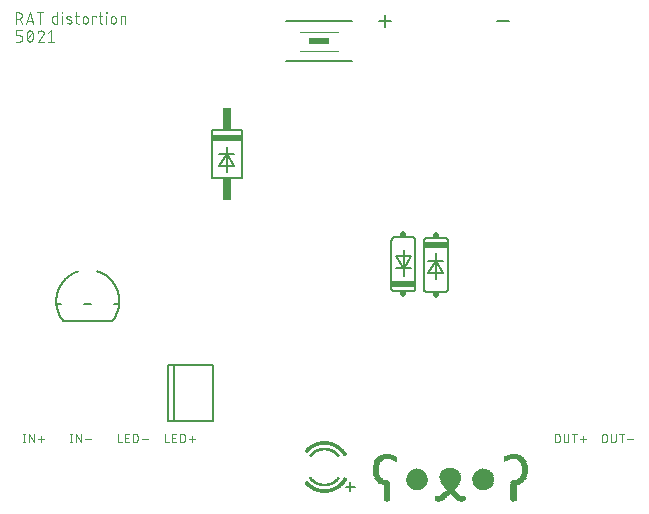
<source format=gbr>
G04 EAGLE Gerber RS-274X export*
G75*
%MOMM*%
%FSLAX34Y34*%
%LPD*%
%INSilkscreen Top*%
%IPPOS*%
%AMOC8*
5,1,8,0,0,1.08239X$1,22.5*%
G01*
%ADD10C,0.076200*%
%ADD11R,0.240000X0.040000*%
%ADD12R,0.160000X0.040000*%
%ADD13R,0.040000X0.040000*%
%ADD14R,0.080000X0.040000*%
%ADD15R,0.440000X0.040000*%
%ADD16R,0.560000X0.040000*%
%ADD17R,0.480000X0.040000*%
%ADD18R,0.680000X0.040000*%
%ADD19R,0.760000X0.040000*%
%ADD20R,0.840000X0.040000*%
%ADD21R,0.880000X0.040000*%
%ADD22R,0.920000X0.040000*%
%ADD23R,0.960000X0.040000*%
%ADD24R,1.000000X0.040000*%
%ADD25R,1.040000X0.040000*%
%ADD26R,0.640000X0.040000*%
%ADD27R,1.200000X0.040000*%
%ADD28R,1.160000X0.040000*%
%ADD29R,0.720000X0.040000*%
%ADD30R,0.800000X0.040000*%
%ADD31R,1.120000X0.040000*%
%ADD32R,1.320000X0.040000*%
%ADD33R,1.280000X0.040000*%
%ADD34R,1.360000X0.040000*%
%ADD35R,1.400000X0.040000*%
%ADD36R,1.440000X0.040000*%
%ADD37R,1.520000X0.040000*%
%ADD38R,1.240000X0.040000*%
%ADD39R,1.480000X0.040000*%
%ADD40R,1.560000X0.040000*%
%ADD41R,0.600000X0.040000*%
%ADD42R,1.600000X0.040000*%
%ADD43R,1.640000X0.040000*%
%ADD44R,1.680000X0.040000*%
%ADD45R,1.720000X0.040000*%
%ADD46R,1.080000X0.040000*%
%ADD47R,1.760000X0.040000*%
%ADD48R,1.800000X0.040000*%
%ADD49R,0.520000X0.040000*%
%ADD50R,0.120000X0.040000*%
%ADD51R,0.200000X0.040000*%
%ADD52R,0.320000X0.040000*%
%ADD53R,0.280000X0.040000*%
%ADD54R,0.400000X0.040000*%
%ADD55C,0.152400*%
%ADD56C,0.127000*%
%ADD57R,2.540000X0.508000*%
%ADD58R,0.762000X1.905000*%
%ADD59C,0.508000*%
%ADD60R,2.032000X0.508000*%
%ADD61C,0.015238*%
%ADD62C,0.025400*%
%ADD63C,0.070000*%
%ADD64R,1.800000X0.600000*%
%ADD65R,1.100000X0.600000*%


D10*
X14181Y425061D02*
X14181Y434459D01*
X16792Y434459D01*
X16893Y434457D01*
X16994Y434451D01*
X17095Y434441D01*
X17195Y434428D01*
X17295Y434410D01*
X17394Y434389D01*
X17492Y434363D01*
X17589Y434334D01*
X17685Y434302D01*
X17779Y434265D01*
X17872Y434225D01*
X17964Y434181D01*
X18053Y434134D01*
X18141Y434083D01*
X18227Y434029D01*
X18310Y433972D01*
X18392Y433912D01*
X18470Y433848D01*
X18547Y433782D01*
X18620Y433712D01*
X18691Y433640D01*
X18759Y433565D01*
X18824Y433487D01*
X18886Y433407D01*
X18945Y433325D01*
X19001Y433240D01*
X19053Y433153D01*
X19102Y433065D01*
X19148Y432974D01*
X19189Y432882D01*
X19228Y432788D01*
X19262Y432693D01*
X19293Y432597D01*
X19320Y432499D01*
X19344Y432401D01*
X19363Y432301D01*
X19379Y432201D01*
X19391Y432101D01*
X19399Y432000D01*
X19403Y431899D01*
X19403Y431797D01*
X19399Y431696D01*
X19391Y431595D01*
X19379Y431495D01*
X19363Y431395D01*
X19344Y431295D01*
X19320Y431197D01*
X19293Y431099D01*
X19262Y431003D01*
X19228Y430908D01*
X19189Y430814D01*
X19148Y430722D01*
X19102Y430631D01*
X19053Y430543D01*
X19001Y430456D01*
X18945Y430371D01*
X18886Y430289D01*
X18824Y430209D01*
X18759Y430131D01*
X18691Y430056D01*
X18620Y429984D01*
X18547Y429914D01*
X18470Y429848D01*
X18392Y429784D01*
X18310Y429724D01*
X18227Y429667D01*
X18141Y429613D01*
X18053Y429562D01*
X17964Y429515D01*
X17872Y429471D01*
X17779Y429431D01*
X17685Y429394D01*
X17589Y429362D01*
X17492Y429333D01*
X17394Y429307D01*
X17295Y429286D01*
X17195Y429268D01*
X17095Y429255D01*
X16994Y429245D01*
X16893Y429239D01*
X16792Y429237D01*
X16792Y429238D02*
X14181Y429238D01*
X17314Y429238D02*
X19402Y425061D01*
X22746Y425061D02*
X25878Y434459D01*
X29011Y425061D01*
X28228Y427411D02*
X23529Y427411D01*
X34413Y425061D02*
X34413Y434459D01*
X37023Y434459D02*
X31802Y434459D01*
X49257Y434459D02*
X49257Y425061D01*
X46647Y425061D01*
X46570Y425063D01*
X46494Y425069D01*
X46417Y425078D01*
X46341Y425091D01*
X46266Y425108D01*
X46192Y425128D01*
X46119Y425153D01*
X46048Y425180D01*
X45977Y425211D01*
X45909Y425246D01*
X45842Y425284D01*
X45777Y425325D01*
X45714Y425369D01*
X45654Y425416D01*
X45595Y425467D01*
X45540Y425520D01*
X45487Y425575D01*
X45436Y425634D01*
X45389Y425694D01*
X45345Y425757D01*
X45304Y425822D01*
X45266Y425889D01*
X45231Y425957D01*
X45200Y426028D01*
X45173Y426099D01*
X45148Y426172D01*
X45128Y426246D01*
X45111Y426321D01*
X45098Y426397D01*
X45089Y426474D01*
X45083Y426550D01*
X45081Y426627D01*
X45080Y426627D02*
X45080Y429760D01*
X45081Y429760D02*
X45083Y429837D01*
X45089Y429913D01*
X45098Y429990D01*
X45111Y430066D01*
X45128Y430141D01*
X45148Y430215D01*
X45173Y430288D01*
X45200Y430359D01*
X45231Y430430D01*
X45266Y430498D01*
X45304Y430565D01*
X45345Y430630D01*
X45389Y430693D01*
X45436Y430753D01*
X45487Y430812D01*
X45540Y430867D01*
X45595Y430920D01*
X45654Y430971D01*
X45714Y431018D01*
X45777Y431062D01*
X45842Y431103D01*
X45909Y431141D01*
X45977Y431176D01*
X46048Y431207D01*
X46119Y431234D01*
X46192Y431259D01*
X46266Y431279D01*
X46341Y431296D01*
X46417Y431309D01*
X46494Y431318D01*
X46570Y431324D01*
X46647Y431326D01*
X49257Y431326D01*
X53310Y431326D02*
X53310Y425061D01*
X53049Y433937D02*
X53049Y434459D01*
X53571Y434459D01*
X53571Y433937D01*
X53049Y433937D01*
X57796Y428716D02*
X60407Y427672D01*
X57796Y428716D02*
X57730Y428744D01*
X57665Y428777D01*
X57602Y428812D01*
X57541Y428851D01*
X57482Y428893D01*
X57426Y428938D01*
X57372Y428986D01*
X57321Y429037D01*
X57272Y429090D01*
X57227Y429147D01*
X57184Y429205D01*
X57145Y429265D01*
X57108Y429328D01*
X57076Y429393D01*
X57047Y429459D01*
X57021Y429526D01*
X56999Y429595D01*
X56981Y429665D01*
X56966Y429736D01*
X56955Y429807D01*
X56948Y429879D01*
X56945Y429951D01*
X56946Y430023D01*
X56951Y430096D01*
X56959Y430167D01*
X56971Y430239D01*
X56987Y430309D01*
X57007Y430378D01*
X57031Y430447D01*
X57058Y430514D01*
X57088Y430579D01*
X57122Y430643D01*
X57160Y430705D01*
X57200Y430765D01*
X57244Y430822D01*
X57291Y430877D01*
X57341Y430930D01*
X57393Y430979D01*
X57448Y431026D01*
X57505Y431070D01*
X57565Y431111D01*
X57627Y431148D01*
X57691Y431183D01*
X57756Y431213D01*
X57823Y431241D01*
X57891Y431264D01*
X57961Y431284D01*
X58031Y431300D01*
X58102Y431313D01*
X58174Y431321D01*
X58246Y431326D01*
X58318Y431327D01*
X58319Y431326D02*
X58470Y431322D01*
X58621Y431314D01*
X58772Y431303D01*
X58923Y431287D01*
X59073Y431267D01*
X59223Y431244D01*
X59372Y431217D01*
X59520Y431186D01*
X59668Y431151D01*
X59814Y431113D01*
X59960Y431070D01*
X60104Y431024D01*
X60247Y430975D01*
X60389Y430922D01*
X60529Y430865D01*
X60668Y430804D01*
X60407Y427672D02*
X60473Y427644D01*
X60538Y427611D01*
X60601Y427576D01*
X60662Y427537D01*
X60721Y427495D01*
X60777Y427450D01*
X60831Y427402D01*
X60882Y427351D01*
X60931Y427298D01*
X60976Y427241D01*
X61019Y427183D01*
X61058Y427123D01*
X61095Y427060D01*
X61127Y426995D01*
X61156Y426929D01*
X61182Y426862D01*
X61204Y426793D01*
X61222Y426723D01*
X61237Y426652D01*
X61248Y426581D01*
X61255Y426509D01*
X61258Y426437D01*
X61257Y426365D01*
X61252Y426292D01*
X61244Y426221D01*
X61232Y426149D01*
X61216Y426079D01*
X61196Y426010D01*
X61172Y425941D01*
X61145Y425874D01*
X61115Y425809D01*
X61081Y425745D01*
X61043Y425683D01*
X61003Y425623D01*
X60959Y425566D01*
X60912Y425511D01*
X60862Y425458D01*
X60810Y425409D01*
X60755Y425362D01*
X60698Y425318D01*
X60638Y425277D01*
X60576Y425240D01*
X60512Y425205D01*
X60447Y425175D01*
X60380Y425147D01*
X60312Y425124D01*
X60242Y425104D01*
X60172Y425088D01*
X60101Y425075D01*
X60029Y425067D01*
X59957Y425062D01*
X59885Y425061D01*
X59675Y425066D01*
X59466Y425077D01*
X59257Y425092D01*
X59049Y425112D01*
X58841Y425138D01*
X58634Y425168D01*
X58427Y425203D01*
X58222Y425243D01*
X58017Y425287D01*
X57814Y425337D01*
X57611Y425391D01*
X57410Y425451D01*
X57211Y425514D01*
X57013Y425583D01*
X64169Y431326D02*
X67302Y431326D01*
X65213Y434459D02*
X65213Y426627D01*
X65214Y426627D02*
X65216Y426550D01*
X65222Y426474D01*
X65231Y426397D01*
X65244Y426321D01*
X65261Y426246D01*
X65281Y426172D01*
X65306Y426099D01*
X65333Y426028D01*
X65364Y425957D01*
X65399Y425889D01*
X65437Y425822D01*
X65478Y425757D01*
X65522Y425694D01*
X65569Y425634D01*
X65620Y425575D01*
X65673Y425520D01*
X65728Y425467D01*
X65787Y425416D01*
X65847Y425369D01*
X65910Y425325D01*
X65975Y425284D01*
X66042Y425246D01*
X66110Y425211D01*
X66181Y425180D01*
X66252Y425153D01*
X66325Y425128D01*
X66399Y425108D01*
X66474Y425091D01*
X66550Y425078D01*
X66627Y425069D01*
X66703Y425063D01*
X66780Y425061D01*
X67302Y425061D01*
X70729Y427149D02*
X70729Y429238D01*
X70731Y429328D01*
X70737Y429417D01*
X70746Y429507D01*
X70760Y429596D01*
X70777Y429684D01*
X70798Y429771D01*
X70823Y429858D01*
X70852Y429943D01*
X70884Y430027D01*
X70919Y430109D01*
X70959Y430190D01*
X71001Y430269D01*
X71047Y430346D01*
X71097Y430421D01*
X71149Y430494D01*
X71205Y430565D01*
X71263Y430633D01*
X71325Y430698D01*
X71389Y430761D01*
X71456Y430821D01*
X71525Y430878D01*
X71597Y430932D01*
X71671Y430983D01*
X71747Y431031D01*
X71825Y431075D01*
X71905Y431116D01*
X71987Y431154D01*
X72070Y431188D01*
X72155Y431218D01*
X72241Y431245D01*
X72327Y431268D01*
X72415Y431287D01*
X72504Y431302D01*
X72593Y431314D01*
X72682Y431322D01*
X72772Y431326D01*
X72862Y431326D01*
X72952Y431322D01*
X73041Y431314D01*
X73130Y431302D01*
X73219Y431287D01*
X73307Y431268D01*
X73393Y431245D01*
X73479Y431218D01*
X73564Y431188D01*
X73647Y431154D01*
X73729Y431116D01*
X73809Y431075D01*
X73887Y431031D01*
X73963Y430983D01*
X74037Y430932D01*
X74109Y430878D01*
X74178Y430821D01*
X74245Y430761D01*
X74309Y430698D01*
X74371Y430633D01*
X74429Y430565D01*
X74485Y430494D01*
X74537Y430421D01*
X74587Y430346D01*
X74633Y430269D01*
X74675Y430190D01*
X74715Y430109D01*
X74750Y430027D01*
X74782Y429943D01*
X74811Y429858D01*
X74836Y429771D01*
X74857Y429684D01*
X74874Y429596D01*
X74888Y429507D01*
X74897Y429417D01*
X74903Y429328D01*
X74905Y429238D01*
X74906Y429238D02*
X74906Y427149D01*
X74905Y427149D02*
X74903Y427059D01*
X74897Y426970D01*
X74888Y426880D01*
X74874Y426791D01*
X74857Y426703D01*
X74836Y426616D01*
X74811Y426529D01*
X74782Y426444D01*
X74750Y426360D01*
X74715Y426278D01*
X74675Y426197D01*
X74633Y426118D01*
X74587Y426041D01*
X74537Y425966D01*
X74485Y425893D01*
X74429Y425822D01*
X74371Y425754D01*
X74309Y425689D01*
X74245Y425626D01*
X74178Y425566D01*
X74109Y425509D01*
X74037Y425455D01*
X73963Y425404D01*
X73887Y425356D01*
X73809Y425312D01*
X73729Y425271D01*
X73647Y425233D01*
X73564Y425199D01*
X73479Y425169D01*
X73393Y425142D01*
X73307Y425119D01*
X73219Y425100D01*
X73130Y425085D01*
X73041Y425073D01*
X72952Y425065D01*
X72862Y425061D01*
X72772Y425061D01*
X72682Y425065D01*
X72593Y425073D01*
X72504Y425085D01*
X72415Y425100D01*
X72327Y425119D01*
X72241Y425142D01*
X72155Y425169D01*
X72070Y425199D01*
X71987Y425233D01*
X71905Y425271D01*
X71825Y425312D01*
X71747Y425356D01*
X71671Y425404D01*
X71597Y425455D01*
X71525Y425509D01*
X71456Y425566D01*
X71389Y425626D01*
X71325Y425689D01*
X71263Y425754D01*
X71205Y425822D01*
X71149Y425893D01*
X71097Y425966D01*
X71047Y426041D01*
X71001Y426118D01*
X70959Y426197D01*
X70919Y426278D01*
X70884Y426360D01*
X70852Y426444D01*
X70823Y426529D01*
X70798Y426616D01*
X70777Y426703D01*
X70760Y426791D01*
X70746Y426880D01*
X70737Y426970D01*
X70731Y427059D01*
X70729Y427149D01*
X79010Y425061D02*
X79010Y431326D01*
X82143Y431326D01*
X82143Y430282D01*
X84286Y431326D02*
X87418Y431326D01*
X85330Y434459D02*
X85330Y426627D01*
X85332Y426550D01*
X85338Y426474D01*
X85347Y426397D01*
X85360Y426321D01*
X85377Y426246D01*
X85397Y426172D01*
X85422Y426099D01*
X85449Y426028D01*
X85480Y425957D01*
X85515Y425889D01*
X85553Y425822D01*
X85594Y425757D01*
X85638Y425694D01*
X85685Y425634D01*
X85736Y425575D01*
X85789Y425520D01*
X85844Y425467D01*
X85903Y425416D01*
X85963Y425369D01*
X86026Y425325D01*
X86091Y425284D01*
X86158Y425246D01*
X86226Y425211D01*
X86297Y425180D01*
X86368Y425153D01*
X86441Y425128D01*
X86515Y425108D01*
X86590Y425091D01*
X86666Y425078D01*
X86743Y425069D01*
X86819Y425063D01*
X86896Y425061D01*
X87418Y425061D01*
X90800Y425061D02*
X90800Y431326D01*
X90539Y433937D02*
X90539Y434459D01*
X91062Y434459D01*
X91062Y433937D01*
X90539Y433937D01*
X94503Y429238D02*
X94503Y427149D01*
X94504Y429238D02*
X94506Y429328D01*
X94512Y429417D01*
X94521Y429507D01*
X94535Y429596D01*
X94552Y429684D01*
X94573Y429771D01*
X94598Y429858D01*
X94627Y429943D01*
X94659Y430027D01*
X94694Y430109D01*
X94734Y430190D01*
X94776Y430269D01*
X94822Y430346D01*
X94872Y430421D01*
X94924Y430494D01*
X94980Y430565D01*
X95038Y430633D01*
X95100Y430698D01*
X95164Y430761D01*
X95231Y430821D01*
X95300Y430878D01*
X95372Y430932D01*
X95446Y430983D01*
X95522Y431031D01*
X95600Y431075D01*
X95680Y431116D01*
X95762Y431154D01*
X95845Y431188D01*
X95930Y431218D01*
X96016Y431245D01*
X96102Y431268D01*
X96190Y431287D01*
X96279Y431302D01*
X96368Y431314D01*
X96457Y431322D01*
X96547Y431326D01*
X96637Y431326D01*
X96727Y431322D01*
X96816Y431314D01*
X96905Y431302D01*
X96994Y431287D01*
X97082Y431268D01*
X97168Y431245D01*
X97254Y431218D01*
X97339Y431188D01*
X97422Y431154D01*
X97504Y431116D01*
X97584Y431075D01*
X97662Y431031D01*
X97738Y430983D01*
X97812Y430932D01*
X97884Y430878D01*
X97953Y430821D01*
X98020Y430761D01*
X98084Y430698D01*
X98146Y430633D01*
X98204Y430565D01*
X98260Y430494D01*
X98312Y430421D01*
X98362Y430346D01*
X98408Y430269D01*
X98450Y430190D01*
X98490Y430109D01*
X98525Y430027D01*
X98557Y429943D01*
X98586Y429858D01*
X98611Y429771D01*
X98632Y429684D01*
X98649Y429596D01*
X98663Y429507D01*
X98672Y429417D01*
X98678Y429328D01*
X98680Y429238D01*
X98680Y427149D01*
X98678Y427059D01*
X98672Y426970D01*
X98663Y426880D01*
X98649Y426791D01*
X98632Y426703D01*
X98611Y426616D01*
X98586Y426529D01*
X98557Y426444D01*
X98525Y426360D01*
X98490Y426278D01*
X98450Y426197D01*
X98408Y426118D01*
X98362Y426041D01*
X98312Y425966D01*
X98260Y425893D01*
X98204Y425822D01*
X98146Y425754D01*
X98084Y425689D01*
X98020Y425626D01*
X97953Y425566D01*
X97884Y425509D01*
X97812Y425455D01*
X97738Y425404D01*
X97662Y425356D01*
X97584Y425312D01*
X97504Y425271D01*
X97422Y425233D01*
X97339Y425199D01*
X97254Y425169D01*
X97168Y425142D01*
X97082Y425119D01*
X96994Y425100D01*
X96905Y425085D01*
X96816Y425073D01*
X96727Y425065D01*
X96637Y425061D01*
X96547Y425061D01*
X96457Y425065D01*
X96368Y425073D01*
X96279Y425085D01*
X96190Y425100D01*
X96102Y425119D01*
X96016Y425142D01*
X95930Y425169D01*
X95845Y425199D01*
X95762Y425233D01*
X95680Y425271D01*
X95600Y425312D01*
X95522Y425356D01*
X95446Y425404D01*
X95372Y425455D01*
X95300Y425509D01*
X95231Y425566D01*
X95164Y425626D01*
X95100Y425689D01*
X95038Y425754D01*
X94980Y425822D01*
X94924Y425893D01*
X94872Y425966D01*
X94822Y426041D01*
X94776Y426118D01*
X94734Y426197D01*
X94694Y426278D01*
X94659Y426360D01*
X94627Y426444D01*
X94598Y426529D01*
X94573Y426616D01*
X94552Y426703D01*
X94535Y426791D01*
X94521Y426880D01*
X94512Y426970D01*
X94506Y427059D01*
X94504Y427149D01*
X102733Y425061D02*
X102733Y431326D01*
X105343Y431326D01*
X105420Y431324D01*
X105496Y431318D01*
X105573Y431309D01*
X105649Y431296D01*
X105724Y431279D01*
X105798Y431259D01*
X105871Y431234D01*
X105942Y431207D01*
X106013Y431176D01*
X106081Y431141D01*
X106148Y431103D01*
X106213Y431062D01*
X106276Y431018D01*
X106336Y430971D01*
X106395Y430920D01*
X106450Y430867D01*
X106503Y430812D01*
X106554Y430753D01*
X106601Y430693D01*
X106645Y430630D01*
X106686Y430565D01*
X106724Y430498D01*
X106759Y430430D01*
X106790Y430359D01*
X106817Y430288D01*
X106842Y430215D01*
X106862Y430141D01*
X106879Y430066D01*
X106892Y429990D01*
X106901Y429914D01*
X106907Y429837D01*
X106909Y429760D01*
X106910Y429760D02*
X106910Y425061D01*
X17314Y409821D02*
X14181Y409821D01*
X17314Y409821D02*
X17403Y409823D01*
X17491Y409829D01*
X17579Y409838D01*
X17667Y409851D01*
X17754Y409868D01*
X17840Y409888D01*
X17925Y409913D01*
X18010Y409940D01*
X18093Y409972D01*
X18174Y410006D01*
X18254Y410045D01*
X18332Y410086D01*
X18409Y410131D01*
X18483Y410179D01*
X18556Y410230D01*
X18626Y410284D01*
X18693Y410342D01*
X18759Y410402D01*
X18821Y410464D01*
X18881Y410530D01*
X18939Y410597D01*
X18993Y410667D01*
X19044Y410740D01*
X19092Y410814D01*
X19137Y410891D01*
X19178Y410969D01*
X19217Y411049D01*
X19251Y411130D01*
X19283Y411213D01*
X19310Y411298D01*
X19335Y411383D01*
X19355Y411469D01*
X19372Y411556D01*
X19385Y411644D01*
X19394Y411732D01*
X19400Y411820D01*
X19402Y411909D01*
X19402Y412954D01*
X19400Y413043D01*
X19394Y413131D01*
X19385Y413219D01*
X19372Y413307D01*
X19355Y413394D01*
X19335Y413480D01*
X19310Y413565D01*
X19283Y413650D01*
X19251Y413733D01*
X19217Y413814D01*
X19178Y413894D01*
X19137Y413972D01*
X19092Y414049D01*
X19044Y414123D01*
X18993Y414196D01*
X18939Y414266D01*
X18881Y414333D01*
X18821Y414399D01*
X18759Y414461D01*
X18693Y414521D01*
X18626Y414579D01*
X18556Y414633D01*
X18483Y414684D01*
X18409Y414732D01*
X18332Y414777D01*
X18254Y414818D01*
X18174Y414857D01*
X18093Y414891D01*
X18010Y414923D01*
X17925Y414950D01*
X17840Y414975D01*
X17754Y414995D01*
X17667Y415012D01*
X17579Y415025D01*
X17491Y415034D01*
X17403Y415040D01*
X17314Y415042D01*
X14181Y415042D01*
X14181Y419219D01*
X19402Y419219D01*
X24108Y417914D02*
X24029Y417747D01*
X23954Y417578D01*
X23883Y417407D01*
X23816Y417235D01*
X23754Y417061D01*
X23695Y416885D01*
X23641Y416709D01*
X23591Y416531D01*
X23545Y416351D01*
X23503Y416171D01*
X23466Y415990D01*
X23433Y415808D01*
X23404Y415626D01*
X23380Y415442D01*
X23360Y415258D01*
X23345Y415074D01*
X23334Y414890D01*
X23327Y414705D01*
X23325Y414520D01*
X24108Y417914D02*
X24138Y417994D01*
X24171Y418073D01*
X24208Y418150D01*
X24248Y418226D01*
X24291Y418300D01*
X24337Y418372D01*
X24387Y418441D01*
X24439Y418509D01*
X24495Y418574D01*
X24553Y418637D01*
X24615Y418696D01*
X24678Y418754D01*
X24745Y418808D01*
X24813Y418859D01*
X24884Y418907D01*
X24957Y418952D01*
X25031Y418994D01*
X25108Y419032D01*
X25186Y419067D01*
X25265Y419099D01*
X25346Y419127D01*
X25428Y419151D01*
X25512Y419172D01*
X25595Y419189D01*
X25680Y419202D01*
X25765Y419211D01*
X25850Y419217D01*
X25936Y419219D01*
X26022Y419217D01*
X26107Y419211D01*
X26192Y419202D01*
X26277Y419189D01*
X26360Y419172D01*
X26444Y419151D01*
X26526Y419127D01*
X26607Y419099D01*
X26686Y419067D01*
X26764Y419032D01*
X26841Y418994D01*
X26915Y418952D01*
X26988Y418907D01*
X27059Y418859D01*
X27127Y418808D01*
X27194Y418754D01*
X27257Y418696D01*
X27319Y418637D01*
X27377Y418574D01*
X27433Y418509D01*
X27485Y418441D01*
X27535Y418372D01*
X27581Y418300D01*
X27624Y418226D01*
X27664Y418150D01*
X27701Y418073D01*
X27734Y417994D01*
X27764Y417914D01*
X27763Y417914D02*
X27842Y417747D01*
X27917Y417578D01*
X27988Y417407D01*
X28055Y417235D01*
X28117Y417061D01*
X28176Y416885D01*
X28230Y416709D01*
X28280Y416531D01*
X28326Y416351D01*
X28368Y416171D01*
X28405Y415990D01*
X28438Y415808D01*
X28467Y415626D01*
X28491Y415442D01*
X28511Y415258D01*
X28526Y415074D01*
X28537Y414890D01*
X28544Y414705D01*
X28546Y414520D01*
X23325Y414520D02*
X23327Y414335D01*
X23334Y414150D01*
X23345Y413966D01*
X23360Y413782D01*
X23380Y413598D01*
X23404Y413414D01*
X23433Y413232D01*
X23466Y413050D01*
X23503Y412869D01*
X23545Y412689D01*
X23591Y412509D01*
X23641Y412331D01*
X23695Y412155D01*
X23754Y411979D01*
X23816Y411805D01*
X23883Y411633D01*
X23954Y411462D01*
X24029Y411293D01*
X24108Y411126D01*
X24138Y411046D01*
X24171Y410967D01*
X24208Y410890D01*
X24248Y410814D01*
X24291Y410740D01*
X24337Y410668D01*
X24387Y410599D01*
X24440Y410531D01*
X24495Y410466D01*
X24554Y410403D01*
X24615Y410344D01*
X24678Y410286D01*
X24745Y410232D01*
X24813Y410181D01*
X24884Y410133D01*
X24957Y410088D01*
X25031Y410046D01*
X25108Y410008D01*
X25186Y409973D01*
X25265Y409941D01*
X25346Y409913D01*
X25428Y409889D01*
X25512Y409868D01*
X25595Y409851D01*
X25680Y409838D01*
X25765Y409829D01*
X25850Y409823D01*
X25936Y409821D01*
X27763Y411126D02*
X27842Y411293D01*
X27917Y411462D01*
X27988Y411633D01*
X28055Y411805D01*
X28117Y411979D01*
X28176Y412155D01*
X28230Y412331D01*
X28280Y412509D01*
X28326Y412689D01*
X28368Y412869D01*
X28405Y413050D01*
X28438Y413232D01*
X28467Y413414D01*
X28491Y413598D01*
X28511Y413782D01*
X28526Y413966D01*
X28537Y414150D01*
X28544Y414335D01*
X28546Y414520D01*
X27764Y411126D02*
X27734Y411046D01*
X27701Y410967D01*
X27664Y410890D01*
X27624Y410814D01*
X27581Y410740D01*
X27535Y410668D01*
X27485Y410599D01*
X27433Y410531D01*
X27377Y410466D01*
X27319Y410403D01*
X27257Y410344D01*
X27194Y410286D01*
X27127Y410232D01*
X27059Y410181D01*
X26988Y410133D01*
X26915Y410088D01*
X26841Y410046D01*
X26764Y410008D01*
X26686Y409973D01*
X26607Y409941D01*
X26526Y409913D01*
X26444Y409889D01*
X26360Y409868D01*
X26277Y409851D01*
X26192Y409838D01*
X26107Y409829D01*
X26022Y409823D01*
X25936Y409821D01*
X23847Y411909D02*
X28024Y417131D01*
X35341Y419220D02*
X35436Y419218D01*
X35530Y419212D01*
X35624Y419203D01*
X35718Y419190D01*
X35811Y419173D01*
X35903Y419152D01*
X35995Y419127D01*
X36085Y419099D01*
X36174Y419067D01*
X36262Y419032D01*
X36348Y418993D01*
X36433Y418951D01*
X36516Y418905D01*
X36597Y418856D01*
X36676Y418804D01*
X36753Y418749D01*
X36827Y418690D01*
X36899Y418629D01*
X36969Y418565D01*
X37036Y418498D01*
X37100Y418428D01*
X37161Y418356D01*
X37220Y418282D01*
X37275Y418205D01*
X37327Y418126D01*
X37376Y418045D01*
X37422Y417962D01*
X37464Y417877D01*
X37503Y417791D01*
X37538Y417703D01*
X37570Y417614D01*
X37598Y417524D01*
X37623Y417432D01*
X37644Y417340D01*
X37661Y417247D01*
X37674Y417153D01*
X37683Y417059D01*
X37689Y416965D01*
X37691Y416870D01*
X35341Y419219D02*
X35233Y419217D01*
X35124Y419211D01*
X35016Y419201D01*
X34909Y419188D01*
X34802Y419170D01*
X34695Y419149D01*
X34590Y419124D01*
X34485Y419095D01*
X34382Y419063D01*
X34280Y419026D01*
X34179Y418986D01*
X34080Y418943D01*
X33982Y418896D01*
X33886Y418845D01*
X33792Y418791D01*
X33700Y418734D01*
X33610Y418673D01*
X33522Y418609D01*
X33437Y418543D01*
X33354Y418473D01*
X33274Y418400D01*
X33196Y418324D01*
X33121Y418246D01*
X33049Y418165D01*
X32980Y418081D01*
X32914Y417995D01*
X32851Y417907D01*
X32792Y417816D01*
X32735Y417724D01*
X32682Y417629D01*
X32633Y417533D01*
X32587Y417434D01*
X32544Y417335D01*
X32505Y417233D01*
X32470Y417131D01*
X36907Y415042D02*
X36976Y415111D01*
X37042Y415182D01*
X37106Y415255D01*
X37167Y415331D01*
X37225Y415410D01*
X37279Y415490D01*
X37331Y415573D01*
X37379Y415657D01*
X37425Y415743D01*
X37466Y415831D01*
X37505Y415921D01*
X37540Y416012D01*
X37571Y416104D01*
X37599Y416197D01*
X37623Y416291D01*
X37643Y416386D01*
X37660Y416482D01*
X37673Y416579D01*
X37682Y416676D01*
X37688Y416773D01*
X37690Y416870D01*
X36907Y415042D02*
X32469Y409821D01*
X37690Y409821D01*
X41613Y417131D02*
X44223Y419219D01*
X44223Y409821D01*
X41613Y409821D02*
X46834Y409821D01*
X21199Y77747D02*
X21199Y70381D01*
X20381Y70381D02*
X22018Y70381D01*
X22018Y77747D02*
X20381Y77747D01*
X25249Y77747D02*
X25249Y70381D01*
X29342Y70381D02*
X25249Y77747D01*
X29342Y77747D02*
X29342Y70381D01*
X32887Y73246D02*
X37797Y73246D01*
X35342Y75701D02*
X35342Y70790D01*
X61199Y70381D02*
X61199Y77747D01*
X60381Y70381D02*
X62018Y70381D01*
X62018Y77747D02*
X60381Y77747D01*
X65249Y77747D02*
X65249Y70381D01*
X69342Y70381D02*
X65249Y77747D01*
X69342Y77747D02*
X69342Y70381D01*
X72887Y73246D02*
X77797Y73246D01*
X100381Y70381D02*
X100381Y77747D01*
X100381Y70381D02*
X103655Y70381D01*
X106721Y70381D02*
X109995Y70381D01*
X106721Y70381D02*
X106721Y77747D01*
X109995Y77747D01*
X109176Y74473D02*
X106721Y74473D01*
X113045Y77747D02*
X113045Y70381D01*
X113045Y77747D02*
X115091Y77747D01*
X115180Y77745D01*
X115269Y77739D01*
X115358Y77729D01*
X115446Y77716D01*
X115534Y77699D01*
X115621Y77677D01*
X115706Y77652D01*
X115791Y77624D01*
X115874Y77591D01*
X115956Y77555D01*
X116036Y77516D01*
X116114Y77473D01*
X116190Y77427D01*
X116265Y77377D01*
X116337Y77324D01*
X116406Y77268D01*
X116473Y77209D01*
X116538Y77148D01*
X116599Y77083D01*
X116658Y77016D01*
X116714Y76947D01*
X116767Y76875D01*
X116817Y76800D01*
X116863Y76724D01*
X116906Y76646D01*
X116945Y76566D01*
X116981Y76484D01*
X117014Y76401D01*
X117042Y76316D01*
X117067Y76231D01*
X117089Y76144D01*
X117106Y76056D01*
X117119Y75968D01*
X117129Y75879D01*
X117135Y75790D01*
X117137Y75701D01*
X117137Y72427D01*
X117135Y72338D01*
X117129Y72249D01*
X117119Y72160D01*
X117106Y72072D01*
X117089Y71984D01*
X117067Y71897D01*
X117042Y71812D01*
X117014Y71727D01*
X116981Y71644D01*
X116945Y71562D01*
X116906Y71482D01*
X116863Y71404D01*
X116817Y71328D01*
X116767Y71253D01*
X116714Y71181D01*
X116658Y71112D01*
X116599Y71045D01*
X116538Y70980D01*
X116473Y70919D01*
X116406Y70860D01*
X116337Y70804D01*
X116265Y70751D01*
X116190Y70701D01*
X116114Y70655D01*
X116036Y70612D01*
X115956Y70573D01*
X115874Y70537D01*
X115791Y70504D01*
X115706Y70476D01*
X115621Y70451D01*
X115534Y70429D01*
X115446Y70412D01*
X115358Y70399D01*
X115269Y70389D01*
X115180Y70383D01*
X115091Y70381D01*
X113045Y70381D01*
X120682Y73246D02*
X125593Y73246D01*
X140381Y70381D02*
X140381Y77747D01*
X140381Y70381D02*
X143655Y70381D01*
X146721Y70381D02*
X149995Y70381D01*
X146721Y70381D02*
X146721Y77747D01*
X149995Y77747D01*
X149176Y74473D02*
X146721Y74473D01*
X153045Y77747D02*
X153045Y70381D01*
X153045Y77747D02*
X155091Y77747D01*
X155180Y77745D01*
X155269Y77739D01*
X155358Y77729D01*
X155446Y77716D01*
X155534Y77699D01*
X155621Y77677D01*
X155706Y77652D01*
X155791Y77624D01*
X155874Y77591D01*
X155956Y77555D01*
X156036Y77516D01*
X156114Y77473D01*
X156190Y77427D01*
X156265Y77377D01*
X156337Y77324D01*
X156406Y77268D01*
X156473Y77209D01*
X156538Y77148D01*
X156599Y77083D01*
X156658Y77016D01*
X156714Y76947D01*
X156767Y76875D01*
X156817Y76800D01*
X156863Y76724D01*
X156906Y76646D01*
X156945Y76566D01*
X156981Y76484D01*
X157014Y76401D01*
X157042Y76316D01*
X157067Y76231D01*
X157089Y76144D01*
X157106Y76056D01*
X157119Y75968D01*
X157129Y75879D01*
X157135Y75790D01*
X157137Y75701D01*
X157137Y72427D01*
X157135Y72338D01*
X157129Y72249D01*
X157119Y72160D01*
X157106Y72072D01*
X157089Y71984D01*
X157067Y71897D01*
X157042Y71812D01*
X157014Y71727D01*
X156981Y71644D01*
X156945Y71562D01*
X156906Y71482D01*
X156863Y71404D01*
X156817Y71328D01*
X156767Y71253D01*
X156714Y71181D01*
X156658Y71112D01*
X156599Y71045D01*
X156538Y70980D01*
X156473Y70919D01*
X156406Y70860D01*
X156337Y70804D01*
X156265Y70751D01*
X156190Y70701D01*
X156114Y70655D01*
X156036Y70612D01*
X155956Y70573D01*
X155874Y70537D01*
X155791Y70504D01*
X155706Y70476D01*
X155621Y70451D01*
X155534Y70429D01*
X155446Y70412D01*
X155358Y70399D01*
X155269Y70389D01*
X155180Y70383D01*
X155091Y70381D01*
X153045Y70381D01*
X160682Y73246D02*
X165593Y73246D01*
X163138Y75701D02*
X163138Y70790D01*
X470381Y72427D02*
X470381Y75701D01*
X470383Y75790D01*
X470389Y75879D01*
X470399Y75968D01*
X470412Y76056D01*
X470429Y76144D01*
X470451Y76231D01*
X470476Y76316D01*
X470504Y76401D01*
X470537Y76484D01*
X470573Y76566D01*
X470612Y76646D01*
X470655Y76724D01*
X470701Y76800D01*
X470751Y76875D01*
X470804Y76947D01*
X470860Y77016D01*
X470919Y77083D01*
X470980Y77148D01*
X471045Y77209D01*
X471112Y77268D01*
X471181Y77324D01*
X471253Y77377D01*
X471328Y77427D01*
X471404Y77473D01*
X471482Y77516D01*
X471562Y77555D01*
X471644Y77591D01*
X471727Y77624D01*
X471812Y77652D01*
X471897Y77677D01*
X471984Y77699D01*
X472072Y77716D01*
X472160Y77729D01*
X472249Y77739D01*
X472338Y77745D01*
X472427Y77747D01*
X472516Y77745D01*
X472605Y77739D01*
X472694Y77729D01*
X472782Y77716D01*
X472870Y77699D01*
X472957Y77677D01*
X473042Y77652D01*
X473127Y77624D01*
X473210Y77591D01*
X473292Y77555D01*
X473372Y77516D01*
X473450Y77473D01*
X473526Y77427D01*
X473601Y77377D01*
X473673Y77324D01*
X473742Y77268D01*
X473809Y77209D01*
X473874Y77148D01*
X473935Y77083D01*
X473994Y77016D01*
X474050Y76947D01*
X474103Y76875D01*
X474153Y76800D01*
X474199Y76724D01*
X474242Y76646D01*
X474281Y76566D01*
X474317Y76484D01*
X474350Y76401D01*
X474378Y76316D01*
X474403Y76231D01*
X474425Y76144D01*
X474442Y76056D01*
X474455Y75968D01*
X474465Y75879D01*
X474471Y75790D01*
X474473Y75701D01*
X474473Y72427D01*
X474471Y72338D01*
X474465Y72249D01*
X474455Y72160D01*
X474442Y72072D01*
X474425Y71984D01*
X474403Y71897D01*
X474378Y71812D01*
X474350Y71727D01*
X474317Y71644D01*
X474281Y71562D01*
X474242Y71482D01*
X474199Y71404D01*
X474153Y71328D01*
X474103Y71253D01*
X474050Y71181D01*
X473994Y71112D01*
X473935Y71045D01*
X473874Y70980D01*
X473809Y70919D01*
X473742Y70860D01*
X473673Y70804D01*
X473601Y70751D01*
X473526Y70701D01*
X473450Y70655D01*
X473372Y70612D01*
X473292Y70573D01*
X473210Y70537D01*
X473127Y70504D01*
X473042Y70476D01*
X472957Y70451D01*
X472870Y70429D01*
X472782Y70412D01*
X472694Y70399D01*
X472605Y70389D01*
X472516Y70383D01*
X472427Y70381D01*
X472338Y70383D01*
X472249Y70389D01*
X472160Y70399D01*
X472072Y70412D01*
X471984Y70429D01*
X471897Y70451D01*
X471812Y70476D01*
X471727Y70504D01*
X471644Y70537D01*
X471562Y70573D01*
X471482Y70612D01*
X471404Y70655D01*
X471328Y70701D01*
X471253Y70751D01*
X471181Y70804D01*
X471112Y70860D01*
X471045Y70919D01*
X470980Y70980D01*
X470919Y71045D01*
X470860Y71112D01*
X470804Y71181D01*
X470751Y71253D01*
X470701Y71328D01*
X470655Y71404D01*
X470612Y71482D01*
X470573Y71562D01*
X470537Y71644D01*
X470504Y71727D01*
X470476Y71812D01*
X470451Y71897D01*
X470429Y71984D01*
X470412Y72072D01*
X470399Y72160D01*
X470389Y72249D01*
X470383Y72338D01*
X470381Y72427D01*
X477940Y72427D02*
X477940Y77747D01*
X477940Y72427D02*
X477942Y72338D01*
X477948Y72249D01*
X477958Y72160D01*
X477971Y72072D01*
X477988Y71984D01*
X478010Y71897D01*
X478035Y71812D01*
X478063Y71727D01*
X478096Y71644D01*
X478132Y71562D01*
X478171Y71482D01*
X478214Y71404D01*
X478260Y71328D01*
X478310Y71253D01*
X478363Y71181D01*
X478419Y71112D01*
X478478Y71045D01*
X478539Y70980D01*
X478604Y70919D01*
X478671Y70860D01*
X478740Y70804D01*
X478812Y70751D01*
X478887Y70701D01*
X478963Y70655D01*
X479041Y70612D01*
X479121Y70573D01*
X479203Y70537D01*
X479286Y70504D01*
X479371Y70476D01*
X479456Y70451D01*
X479543Y70429D01*
X479631Y70412D01*
X479719Y70399D01*
X479808Y70389D01*
X479897Y70383D01*
X479986Y70381D01*
X480075Y70383D01*
X480164Y70389D01*
X480253Y70399D01*
X480341Y70412D01*
X480429Y70429D01*
X480516Y70451D01*
X480601Y70476D01*
X480686Y70504D01*
X480769Y70537D01*
X480851Y70573D01*
X480931Y70612D01*
X481009Y70655D01*
X481085Y70701D01*
X481160Y70751D01*
X481232Y70804D01*
X481301Y70860D01*
X481368Y70919D01*
X481433Y70980D01*
X481494Y71045D01*
X481553Y71112D01*
X481609Y71181D01*
X481662Y71253D01*
X481712Y71328D01*
X481758Y71404D01*
X481801Y71482D01*
X481840Y71562D01*
X481876Y71644D01*
X481909Y71727D01*
X481937Y71812D01*
X481962Y71897D01*
X481984Y71984D01*
X482001Y72072D01*
X482014Y72160D01*
X482024Y72249D01*
X482030Y72338D01*
X482032Y72427D01*
X482032Y77747D01*
X487057Y77747D02*
X487057Y70381D01*
X485011Y77747D02*
X489104Y77747D01*
X491917Y73246D02*
X496828Y73246D01*
X494373Y75701D02*
X494373Y70790D01*
X510381Y72427D02*
X510381Y75701D01*
X510383Y75790D01*
X510389Y75879D01*
X510399Y75968D01*
X510412Y76056D01*
X510429Y76144D01*
X510451Y76231D01*
X510476Y76316D01*
X510504Y76401D01*
X510537Y76484D01*
X510573Y76566D01*
X510612Y76646D01*
X510655Y76724D01*
X510701Y76800D01*
X510751Y76875D01*
X510804Y76947D01*
X510860Y77016D01*
X510919Y77083D01*
X510980Y77148D01*
X511045Y77209D01*
X511112Y77268D01*
X511181Y77324D01*
X511253Y77377D01*
X511328Y77427D01*
X511404Y77473D01*
X511482Y77516D01*
X511562Y77555D01*
X511644Y77591D01*
X511727Y77624D01*
X511812Y77652D01*
X511897Y77677D01*
X511984Y77699D01*
X512072Y77716D01*
X512160Y77729D01*
X512249Y77739D01*
X512338Y77745D01*
X512427Y77747D01*
X512516Y77745D01*
X512605Y77739D01*
X512694Y77729D01*
X512782Y77716D01*
X512870Y77699D01*
X512957Y77677D01*
X513042Y77652D01*
X513127Y77624D01*
X513210Y77591D01*
X513292Y77555D01*
X513372Y77516D01*
X513450Y77473D01*
X513526Y77427D01*
X513601Y77377D01*
X513673Y77324D01*
X513742Y77268D01*
X513809Y77209D01*
X513874Y77148D01*
X513935Y77083D01*
X513994Y77016D01*
X514050Y76947D01*
X514103Y76875D01*
X514153Y76800D01*
X514199Y76724D01*
X514242Y76646D01*
X514281Y76566D01*
X514317Y76484D01*
X514350Y76401D01*
X514378Y76316D01*
X514403Y76231D01*
X514425Y76144D01*
X514442Y76056D01*
X514455Y75968D01*
X514465Y75879D01*
X514471Y75790D01*
X514473Y75701D01*
X514473Y72427D01*
X514471Y72338D01*
X514465Y72249D01*
X514455Y72160D01*
X514442Y72072D01*
X514425Y71984D01*
X514403Y71897D01*
X514378Y71812D01*
X514350Y71727D01*
X514317Y71644D01*
X514281Y71562D01*
X514242Y71482D01*
X514199Y71404D01*
X514153Y71328D01*
X514103Y71253D01*
X514050Y71181D01*
X513994Y71112D01*
X513935Y71045D01*
X513874Y70980D01*
X513809Y70919D01*
X513742Y70860D01*
X513673Y70804D01*
X513601Y70751D01*
X513526Y70701D01*
X513450Y70655D01*
X513372Y70612D01*
X513292Y70573D01*
X513210Y70537D01*
X513127Y70504D01*
X513042Y70476D01*
X512957Y70451D01*
X512870Y70429D01*
X512782Y70412D01*
X512694Y70399D01*
X512605Y70389D01*
X512516Y70383D01*
X512427Y70381D01*
X512338Y70383D01*
X512249Y70389D01*
X512160Y70399D01*
X512072Y70412D01*
X511984Y70429D01*
X511897Y70451D01*
X511812Y70476D01*
X511727Y70504D01*
X511644Y70537D01*
X511562Y70573D01*
X511482Y70612D01*
X511404Y70655D01*
X511328Y70701D01*
X511253Y70751D01*
X511181Y70804D01*
X511112Y70860D01*
X511045Y70919D01*
X510980Y70980D01*
X510919Y71045D01*
X510860Y71112D01*
X510804Y71181D01*
X510751Y71253D01*
X510701Y71328D01*
X510655Y71404D01*
X510612Y71482D01*
X510573Y71562D01*
X510537Y71644D01*
X510504Y71727D01*
X510476Y71812D01*
X510451Y71897D01*
X510429Y71984D01*
X510412Y72072D01*
X510399Y72160D01*
X510389Y72249D01*
X510383Y72338D01*
X510381Y72427D01*
X517940Y72427D02*
X517940Y77747D01*
X517940Y72427D02*
X517942Y72338D01*
X517948Y72249D01*
X517958Y72160D01*
X517971Y72072D01*
X517988Y71984D01*
X518010Y71897D01*
X518035Y71812D01*
X518063Y71727D01*
X518096Y71644D01*
X518132Y71562D01*
X518171Y71482D01*
X518214Y71404D01*
X518260Y71328D01*
X518310Y71253D01*
X518363Y71181D01*
X518419Y71112D01*
X518478Y71045D01*
X518539Y70980D01*
X518604Y70919D01*
X518671Y70860D01*
X518740Y70804D01*
X518812Y70751D01*
X518887Y70701D01*
X518963Y70655D01*
X519041Y70612D01*
X519121Y70573D01*
X519203Y70537D01*
X519286Y70504D01*
X519371Y70476D01*
X519456Y70451D01*
X519543Y70429D01*
X519631Y70412D01*
X519719Y70399D01*
X519808Y70389D01*
X519897Y70383D01*
X519986Y70381D01*
X520075Y70383D01*
X520164Y70389D01*
X520253Y70399D01*
X520341Y70412D01*
X520429Y70429D01*
X520516Y70451D01*
X520601Y70476D01*
X520686Y70504D01*
X520769Y70537D01*
X520851Y70573D01*
X520931Y70612D01*
X521009Y70655D01*
X521085Y70701D01*
X521160Y70751D01*
X521232Y70804D01*
X521301Y70860D01*
X521368Y70919D01*
X521433Y70980D01*
X521494Y71045D01*
X521553Y71112D01*
X521609Y71181D01*
X521662Y71253D01*
X521712Y71328D01*
X521758Y71404D01*
X521801Y71482D01*
X521840Y71562D01*
X521876Y71644D01*
X521909Y71727D01*
X521937Y71812D01*
X521962Y71897D01*
X521984Y71984D01*
X522001Y72072D01*
X522014Y72160D01*
X522024Y72249D01*
X522030Y72338D01*
X522032Y72427D01*
X522032Y77747D01*
X527057Y77747D02*
X527057Y70381D01*
X525011Y77747D02*
X529104Y77747D01*
X531917Y73246D02*
X536828Y73246D01*
D11*
X328200Y20400D03*
D12*
X371800Y20400D03*
D13*
X373200Y20400D03*
X390800Y20400D03*
D14*
X391800Y20400D03*
D13*
X392800Y20400D03*
D11*
X435400Y20400D03*
D15*
X328400Y20800D03*
D16*
X372600Y20800D03*
X391400Y20800D03*
D15*
X435600Y20800D03*
D17*
X328600Y21200D03*
D18*
X372800Y21200D03*
X391200Y21200D03*
D17*
X435800Y21200D03*
X328200Y21600D03*
D19*
X372800Y21600D03*
X390800Y21600D03*
D17*
X435400Y21600D03*
X328600Y22000D03*
D20*
X373200Y22000D03*
X390800Y22000D03*
D15*
X435600Y22000D03*
D17*
X328200Y22400D03*
D21*
X373400Y22400D03*
X390600Y22400D03*
D17*
X435400Y22400D03*
X328600Y22800D03*
D22*
X373600Y22800D03*
X390400Y22800D03*
D17*
X435800Y22800D03*
X328200Y23200D03*
D23*
X373800Y23200D03*
X390200Y23200D03*
D17*
X435400Y23200D03*
X328600Y23600D03*
D24*
X374000Y23600D03*
X390000Y23600D03*
D15*
X435600Y23600D03*
D17*
X328200Y24000D03*
D25*
X374200Y24000D03*
D24*
X389600Y24000D03*
D17*
X435400Y24000D03*
X328600Y24400D03*
D12*
X370200Y24400D03*
D13*
X371600Y24400D03*
D19*
X376000Y24400D03*
X388000Y24400D03*
D11*
X393400Y24400D03*
D17*
X435800Y24400D03*
X328200Y24800D03*
D18*
X376800Y24800D03*
X387200Y24800D03*
D17*
X435400Y24800D03*
X328600Y25200D03*
D26*
X377400Y25200D03*
X386600Y25200D03*
D15*
X435600Y25200D03*
D17*
X328200Y25600D03*
D26*
X377800Y25600D03*
X386200Y25600D03*
D17*
X435400Y25600D03*
X328600Y26000D03*
D26*
X378200Y26000D03*
X385800Y26000D03*
D17*
X435800Y26000D03*
X328200Y26400D03*
D26*
X378600Y26400D03*
X385400Y26400D03*
D17*
X435400Y26400D03*
X328600Y26800D03*
D27*
X382200Y26800D03*
D15*
X435600Y26800D03*
D17*
X328200Y27200D03*
D28*
X382000Y27200D03*
D17*
X435400Y27200D03*
X328600Y27600D03*
D25*
X382200Y27600D03*
D17*
X435800Y27600D03*
X328200Y28000D03*
D24*
X382000Y28000D03*
D17*
X435400Y28000D03*
X328600Y28400D03*
D22*
X382400Y28400D03*
D15*
X435600Y28400D03*
D17*
X328200Y28800D03*
D20*
X382000Y28800D03*
D17*
X435400Y28800D03*
X328600Y29200D03*
D19*
X382400Y29200D03*
D17*
X435800Y29200D03*
X328200Y29600D03*
D18*
X382400Y29600D03*
D17*
X435400Y29600D03*
X328600Y30000D03*
D15*
X354000Y30000D03*
D26*
X382200Y30000D03*
D17*
X410200Y30000D03*
D15*
X435600Y30000D03*
D17*
X328200Y30400D03*
D29*
X353800Y30400D03*
D18*
X382000Y30400D03*
D29*
X409800Y30400D03*
D17*
X435400Y30400D03*
X328600Y30800D03*
D20*
X354000Y30800D03*
D30*
X382200Y30800D03*
D21*
X410200Y30800D03*
D17*
X435800Y30800D03*
X328200Y31200D03*
D25*
X353800Y31200D03*
D20*
X382000Y31200D03*
D24*
X410000Y31200D03*
D17*
X435400Y31200D03*
X328600Y31600D03*
D31*
X353800Y31600D03*
D23*
X382200Y31600D03*
D31*
X410200Y31600D03*
D15*
X435600Y31600D03*
D17*
X328200Y32000D03*
D27*
X353800Y32000D03*
D24*
X382000Y32000D03*
D27*
X409800Y32000D03*
D17*
X435400Y32000D03*
X328600Y32400D03*
D32*
X354000Y32400D03*
D25*
X382200Y32400D03*
D33*
X410200Y32400D03*
D17*
X435800Y32400D03*
X328200Y32800D03*
D34*
X353800Y32800D03*
D31*
X382200Y32800D03*
D34*
X409800Y32800D03*
D17*
X435400Y32800D03*
X328600Y33200D03*
D35*
X354000Y33200D03*
D27*
X382200Y33200D03*
D36*
X410200Y33200D03*
D15*
X435600Y33200D03*
D17*
X328200Y33600D03*
D37*
X353800Y33600D03*
D38*
X382000Y33600D03*
D39*
X410000Y33600D03*
D17*
X435400Y33600D03*
X328600Y34000D03*
D40*
X354000Y34000D03*
D33*
X382200Y34000D03*
D40*
X410000Y34000D03*
D17*
X435800Y34000D03*
D41*
X327600Y34400D03*
D42*
X353800Y34400D03*
D34*
X382200Y34400D03*
D40*
X410000Y34400D03*
D26*
X436200Y34400D03*
D19*
X327200Y34800D03*
D43*
X354000Y34800D03*
D36*
X382200Y34800D03*
D43*
X410000Y34800D03*
D19*
X437200Y34800D03*
D20*
X326400Y35200D03*
D44*
X353800Y35200D03*
D39*
X382000Y35200D03*
D43*
X410000Y35200D03*
D21*
X437400Y35200D03*
D23*
X326200Y35600D03*
D44*
X353800Y35600D03*
D39*
X382000Y35600D03*
D44*
X410200Y35600D03*
D22*
X438000Y35600D03*
D23*
X325800Y36000D03*
D45*
X354000Y36000D03*
D40*
X382000Y36000D03*
D45*
X410000Y36000D03*
D24*
X438000Y36000D03*
X325600Y36400D03*
D45*
X354000Y36400D03*
D42*
X382200Y36400D03*
D45*
X410000Y36400D03*
D25*
X438600Y36400D03*
D46*
X325200Y36800D03*
D47*
X353800Y36800D03*
D43*
X382000Y36800D03*
D47*
X409800Y36800D03*
D25*
X438600Y36800D03*
D46*
X325200Y37200D03*
D48*
X354000Y37200D03*
D43*
X382000Y37200D03*
D47*
X410200Y37200D03*
D46*
X439200Y37200D03*
X324400Y37600D03*
D47*
X353800Y37600D03*
D44*
X382200Y37600D03*
D48*
X410000Y37600D03*
D25*
X439400Y37600D03*
D19*
X322800Y38000D03*
D48*
X354000Y38000D03*
D44*
X382200Y38000D03*
D48*
X410000Y38000D03*
D19*
X441200Y38000D03*
D18*
X322000Y38400D03*
D47*
X353800Y38400D03*
D45*
X382000Y38400D03*
D48*
X410000Y38400D03*
D26*
X441800Y38400D03*
D41*
X321600Y38800D03*
D48*
X354000Y38800D03*
D47*
X382200Y38800D03*
D48*
X410000Y38800D03*
D26*
X442600Y38800D03*
D41*
X321200Y39200D03*
D47*
X353800Y39200D03*
D45*
X382000Y39200D03*
D48*
X410000Y39200D03*
D41*
X442800Y39200D03*
X320800Y39600D03*
D48*
X354000Y39600D03*
D47*
X382200Y39600D03*
X410200Y39600D03*
D41*
X443200Y39600D03*
D16*
X320600Y40000D03*
D47*
X353800Y40000D03*
D48*
X382000Y40000D03*
X410000Y40000D03*
D16*
X443400Y40000D03*
D49*
X320400Y40400D03*
D47*
X353800Y40400D03*
X382200Y40400D03*
X410200Y40400D03*
D16*
X443800Y40400D03*
D49*
X320000Y40800D03*
D47*
X353800Y40800D03*
D48*
X382000Y40800D03*
D45*
X410000Y40800D03*
D16*
X443800Y40800D03*
D49*
X320000Y41200D03*
D45*
X354000Y41200D03*
D47*
X382200Y41200D03*
D45*
X410000Y41200D03*
D49*
X444000Y41200D03*
X319600Y41600D03*
D44*
X353800Y41600D03*
D47*
X381800Y41600D03*
D45*
X410000Y41600D03*
D49*
X444000Y41600D03*
X319600Y42000D03*
D44*
X353800Y42000D03*
D47*
X382200Y42000D03*
D44*
X410200Y42000D03*
D49*
X444400Y42000D03*
D17*
X319400Y42400D03*
D43*
X354000Y42400D03*
D45*
X382000Y42400D03*
D43*
X410000Y42400D03*
D49*
X444400Y42400D03*
D17*
X319400Y42800D03*
D40*
X354000Y42800D03*
D45*
X382000Y42800D03*
D42*
X410200Y42800D03*
D17*
X444600Y42800D03*
D49*
X319200Y43200D03*
D37*
X353800Y43200D03*
D45*
X382000Y43200D03*
D40*
X410000Y43200D03*
D17*
X444600Y43200D03*
D49*
X319200Y43600D03*
D39*
X354000Y43600D03*
D44*
X382200Y43600D03*
D37*
X410200Y43600D03*
D49*
X444800Y43600D03*
D17*
X319000Y44000D03*
D36*
X353800Y44000D03*
D43*
X382000Y44000D03*
D36*
X409800Y44000D03*
D49*
X444800Y44000D03*
X319200Y44400D03*
D35*
X354000Y44400D03*
D40*
X382000Y44400D03*
D34*
X410200Y44400D03*
D17*
X445000Y44400D03*
X319000Y44800D03*
D32*
X354000Y44800D03*
D40*
X382000Y44800D03*
D32*
X410000Y44800D03*
D49*
X444800Y44800D03*
D17*
X319000Y45200D03*
D38*
X354000Y45200D03*
D39*
X382000Y45200D03*
D38*
X410000Y45200D03*
D17*
X445000Y45200D03*
X319000Y45600D03*
D31*
X353800Y45600D03*
D35*
X382000Y45600D03*
D28*
X410000Y45600D03*
D17*
X445000Y45600D03*
X319000Y46000D03*
D25*
X353800Y46000D03*
D32*
X382000Y46000D03*
D25*
X410200Y46000D03*
D17*
X445000Y46000D03*
D49*
X318800Y46400D03*
D21*
X353800Y46400D03*
D38*
X382000Y46400D03*
D22*
X410000Y46400D03*
D17*
X445000Y46400D03*
X319000Y46800D03*
D19*
X354000Y46800D03*
D46*
X382000Y46800D03*
D19*
X410000Y46800D03*
D49*
X445200Y46800D03*
X318800Y47200D03*
X354000Y47200D03*
D22*
X382000Y47200D03*
D49*
X410000Y47200D03*
D17*
X445000Y47200D03*
X319000Y47600D03*
D13*
X354000Y47600D03*
D18*
X382000Y47600D03*
D13*
X410000Y47600D03*
D49*
X445200Y47600D03*
X318800Y48000D03*
D13*
X381600Y48000D03*
X382400Y48000D03*
D17*
X445000Y48000D03*
X319000Y48400D03*
X445000Y48400D03*
X319000Y48800D03*
D49*
X444800Y48800D03*
X319200Y49200D03*
D17*
X445000Y49200D03*
D49*
X319200Y49600D03*
X444800Y49600D03*
X319200Y50000D03*
X444800Y50000D03*
X319200Y50400D03*
D17*
X444600Y50400D03*
X319400Y50800D03*
D49*
X444800Y50800D03*
X319600Y51200D03*
X444400Y51200D03*
X319600Y51600D03*
X444400Y51600D03*
X319600Y52000D03*
D16*
X444200Y52000D03*
D49*
X320000Y52400D03*
X444000Y52400D03*
X320000Y52800D03*
D16*
X443800Y52800D03*
X320200Y53200D03*
X443800Y53200D03*
X320600Y53600D03*
X443400Y53600D03*
D41*
X320800Y54000D03*
D50*
X336000Y54000D03*
D14*
X428200Y54000D03*
D41*
X443200Y54000D03*
D26*
X321000Y54400D03*
D51*
X335600Y54400D03*
X428400Y54400D03*
D41*
X442800Y54400D03*
D26*
X321400Y54800D03*
D52*
X335400Y54800D03*
D53*
X428800Y54800D03*
D26*
X442600Y54800D03*
X321800Y55200D03*
D54*
X334600Y55200D03*
X429000Y55200D03*
D18*
X442000Y55200D03*
D29*
X322600Y55600D03*
D16*
X334200Y55600D03*
D49*
X430000Y55600D03*
D29*
X441400Y55600D03*
D22*
X323600Y56000D03*
D13*
X328800Y56000D03*
D29*
X333000Y56000D03*
D19*
X430800Y56000D03*
D13*
X435200Y56000D03*
D22*
X440400Y56000D03*
D47*
X328200Y56400D03*
D45*
X436000Y56400D03*
D44*
X328200Y56800D03*
D45*
X435600Y56800D03*
D43*
X328400Y57200D03*
X435600Y57200D03*
D40*
X328400Y57600D03*
D42*
X435400Y57600D03*
D36*
X328600Y58000D03*
X435400Y58000D03*
D32*
X328400Y58400D03*
X435600Y58400D03*
D28*
X328400Y58800D03*
X435600Y58800D03*
D23*
X328200Y59200D03*
X435800Y59200D03*
D18*
X328000Y59600D03*
X436000Y59600D03*
D13*
X328000Y60000D03*
X436000Y60000D03*
D55*
X369600Y224400D02*
X369600Y230800D01*
X369600Y224000D02*
X369600Y208800D01*
X363200Y214000D02*
X376000Y214000D01*
X369600Y224400D01*
X369600Y224000D02*
X363200Y224000D01*
X369600Y224000D02*
X376000Y224000D01*
X369600Y224000D02*
X369600Y224400D01*
X342400Y217600D02*
X342400Y211200D01*
X342400Y218000D02*
X342400Y233200D01*
X348800Y228000D02*
X336000Y228000D01*
X342400Y217600D01*
X342400Y218000D02*
X348800Y218000D01*
X342400Y218000D02*
X336000Y218000D01*
X342400Y218000D02*
X342400Y217600D01*
X348800Y228000D01*
X363200Y214000D02*
X369600Y224400D01*
X142800Y136400D02*
X142800Y88400D01*
X148000Y88400D01*
X181200Y88400D01*
X181200Y136400D01*
X148000Y136400D01*
X142800Y136400D01*
X148000Y136400D02*
X148000Y88400D01*
D56*
X321435Y427060D02*
X331764Y427060D01*
X326600Y421896D02*
X326600Y432225D01*
X421435Y427060D02*
X431764Y427060D01*
D55*
X179800Y334820D02*
X179800Y294180D01*
X205200Y294180D01*
X205200Y334820D01*
X179800Y334820D01*
X192500Y320850D02*
X192500Y314500D01*
X198850Y304340D02*
X186150Y304340D01*
X192500Y314500D01*
X192500Y299260D01*
X198850Y304340D02*
X192500Y314500D01*
X198850Y314500D01*
X192500Y314500D02*
X186150Y314500D01*
D57*
X192500Y328470D03*
D58*
X192500Y284655D03*
X192500Y344345D03*
D55*
X377320Y197940D02*
X377420Y197942D01*
X377519Y197948D01*
X377619Y197958D01*
X377717Y197971D01*
X377816Y197989D01*
X377913Y198010D01*
X378009Y198035D01*
X378105Y198064D01*
X378199Y198097D01*
X378292Y198133D01*
X378383Y198173D01*
X378473Y198217D01*
X378561Y198264D01*
X378647Y198314D01*
X378731Y198368D01*
X378813Y198425D01*
X378892Y198485D01*
X378970Y198549D01*
X379044Y198615D01*
X379116Y198684D01*
X379185Y198756D01*
X379251Y198830D01*
X379315Y198908D01*
X379375Y198987D01*
X379432Y199069D01*
X379486Y199153D01*
X379536Y199239D01*
X379583Y199327D01*
X379627Y199417D01*
X379667Y199508D01*
X379703Y199601D01*
X379736Y199695D01*
X379765Y199791D01*
X379790Y199887D01*
X379811Y199984D01*
X379829Y200083D01*
X379842Y200181D01*
X379852Y200281D01*
X379858Y200380D01*
X379860Y200480D01*
X377320Y197940D02*
X362080Y197940D01*
X361980Y197942D01*
X361881Y197948D01*
X361781Y197958D01*
X361683Y197971D01*
X361584Y197989D01*
X361487Y198010D01*
X361391Y198035D01*
X361295Y198064D01*
X361201Y198097D01*
X361108Y198133D01*
X361017Y198173D01*
X360927Y198217D01*
X360839Y198264D01*
X360753Y198314D01*
X360669Y198368D01*
X360587Y198425D01*
X360508Y198485D01*
X360430Y198549D01*
X360356Y198615D01*
X360284Y198684D01*
X360215Y198756D01*
X360149Y198830D01*
X360085Y198908D01*
X360025Y198987D01*
X359968Y199069D01*
X359914Y199153D01*
X359864Y199239D01*
X359817Y199327D01*
X359773Y199417D01*
X359733Y199508D01*
X359697Y199601D01*
X359664Y199695D01*
X359635Y199791D01*
X359610Y199887D01*
X359589Y199984D01*
X359571Y200083D01*
X359558Y200181D01*
X359548Y200281D01*
X359542Y200380D01*
X359540Y200480D01*
X379860Y241120D02*
X379858Y241220D01*
X379852Y241319D01*
X379842Y241419D01*
X379829Y241517D01*
X379811Y241616D01*
X379790Y241713D01*
X379765Y241809D01*
X379736Y241905D01*
X379703Y241999D01*
X379667Y242092D01*
X379627Y242183D01*
X379583Y242273D01*
X379536Y242361D01*
X379486Y242447D01*
X379432Y242531D01*
X379375Y242613D01*
X379315Y242692D01*
X379251Y242770D01*
X379185Y242844D01*
X379116Y242916D01*
X379044Y242985D01*
X378970Y243051D01*
X378892Y243115D01*
X378813Y243175D01*
X378731Y243232D01*
X378647Y243286D01*
X378561Y243336D01*
X378473Y243383D01*
X378383Y243427D01*
X378292Y243467D01*
X378199Y243503D01*
X378105Y243536D01*
X378009Y243565D01*
X377913Y243590D01*
X377816Y243611D01*
X377717Y243629D01*
X377619Y243642D01*
X377519Y243652D01*
X377420Y243658D01*
X377320Y243660D01*
X362080Y243660D02*
X361980Y243658D01*
X361881Y243652D01*
X361781Y243642D01*
X361683Y243629D01*
X361584Y243611D01*
X361487Y243590D01*
X361391Y243565D01*
X361295Y243536D01*
X361201Y243503D01*
X361108Y243467D01*
X361017Y243427D01*
X360927Y243383D01*
X360839Y243336D01*
X360753Y243286D01*
X360669Y243232D01*
X360587Y243175D01*
X360508Y243115D01*
X360430Y243051D01*
X360356Y242985D01*
X360284Y242916D01*
X360215Y242844D01*
X360149Y242770D01*
X360085Y242692D01*
X360025Y242613D01*
X359968Y242531D01*
X359914Y242447D01*
X359864Y242361D01*
X359817Y242273D01*
X359773Y242183D01*
X359733Y242092D01*
X359697Y241999D01*
X359664Y241905D01*
X359635Y241809D01*
X359610Y241713D01*
X359589Y241616D01*
X359571Y241517D01*
X359558Y241419D01*
X359548Y241319D01*
X359542Y241220D01*
X359540Y241120D01*
X359540Y200480D01*
X362080Y243660D02*
X377320Y243660D01*
X379860Y241120D02*
X379860Y200480D01*
D59*
X369700Y245438D02*
X369700Y246200D01*
X369700Y196162D02*
X369700Y195400D01*
D60*
X369700Y237310D03*
D55*
X334680Y244160D02*
X334580Y244158D01*
X334481Y244152D01*
X334381Y244142D01*
X334283Y244129D01*
X334184Y244111D01*
X334087Y244090D01*
X333991Y244065D01*
X333895Y244036D01*
X333801Y244003D01*
X333708Y243967D01*
X333617Y243927D01*
X333527Y243883D01*
X333439Y243836D01*
X333353Y243786D01*
X333269Y243732D01*
X333187Y243675D01*
X333108Y243615D01*
X333030Y243551D01*
X332956Y243485D01*
X332884Y243416D01*
X332815Y243344D01*
X332749Y243270D01*
X332685Y243192D01*
X332625Y243113D01*
X332568Y243031D01*
X332514Y242947D01*
X332464Y242861D01*
X332417Y242773D01*
X332373Y242683D01*
X332333Y242592D01*
X332297Y242499D01*
X332264Y242405D01*
X332235Y242309D01*
X332210Y242213D01*
X332189Y242116D01*
X332171Y242017D01*
X332158Y241919D01*
X332148Y241819D01*
X332142Y241720D01*
X332140Y241620D01*
X334680Y244160D02*
X349920Y244160D01*
X350020Y244158D01*
X350119Y244152D01*
X350219Y244142D01*
X350317Y244129D01*
X350416Y244111D01*
X350513Y244090D01*
X350609Y244065D01*
X350705Y244036D01*
X350799Y244003D01*
X350892Y243967D01*
X350983Y243927D01*
X351073Y243883D01*
X351161Y243836D01*
X351247Y243786D01*
X351331Y243732D01*
X351413Y243675D01*
X351492Y243615D01*
X351570Y243551D01*
X351644Y243485D01*
X351716Y243416D01*
X351785Y243344D01*
X351851Y243270D01*
X351915Y243192D01*
X351975Y243113D01*
X352032Y243031D01*
X352086Y242947D01*
X352136Y242861D01*
X352183Y242773D01*
X352227Y242683D01*
X352267Y242592D01*
X352303Y242499D01*
X352336Y242405D01*
X352365Y242309D01*
X352390Y242213D01*
X352411Y242116D01*
X352429Y242017D01*
X352442Y241919D01*
X352452Y241819D01*
X352458Y241720D01*
X352460Y241620D01*
X332140Y200980D02*
X332142Y200880D01*
X332148Y200781D01*
X332158Y200681D01*
X332171Y200583D01*
X332189Y200484D01*
X332210Y200387D01*
X332235Y200291D01*
X332264Y200195D01*
X332297Y200101D01*
X332333Y200008D01*
X332373Y199917D01*
X332417Y199827D01*
X332464Y199739D01*
X332514Y199653D01*
X332568Y199569D01*
X332625Y199487D01*
X332685Y199408D01*
X332749Y199330D01*
X332815Y199256D01*
X332884Y199184D01*
X332956Y199115D01*
X333030Y199049D01*
X333108Y198985D01*
X333187Y198925D01*
X333269Y198868D01*
X333353Y198814D01*
X333439Y198764D01*
X333527Y198717D01*
X333617Y198673D01*
X333708Y198633D01*
X333801Y198597D01*
X333895Y198564D01*
X333991Y198535D01*
X334087Y198510D01*
X334184Y198489D01*
X334283Y198471D01*
X334381Y198458D01*
X334481Y198448D01*
X334580Y198442D01*
X334680Y198440D01*
X349920Y198440D02*
X350020Y198442D01*
X350119Y198448D01*
X350219Y198458D01*
X350317Y198471D01*
X350416Y198489D01*
X350513Y198510D01*
X350609Y198535D01*
X350705Y198564D01*
X350799Y198597D01*
X350892Y198633D01*
X350983Y198673D01*
X351073Y198717D01*
X351161Y198764D01*
X351247Y198814D01*
X351331Y198868D01*
X351413Y198925D01*
X351492Y198985D01*
X351570Y199049D01*
X351644Y199115D01*
X351716Y199184D01*
X351785Y199256D01*
X351851Y199330D01*
X351915Y199408D01*
X351975Y199487D01*
X352032Y199569D01*
X352086Y199653D01*
X352136Y199739D01*
X352183Y199827D01*
X352227Y199917D01*
X352267Y200008D01*
X352303Y200101D01*
X352336Y200195D01*
X352365Y200291D01*
X352390Y200387D01*
X352411Y200484D01*
X352429Y200583D01*
X352442Y200681D01*
X352452Y200781D01*
X352458Y200880D01*
X352460Y200980D01*
X352460Y241620D01*
X349920Y198440D02*
X334680Y198440D01*
X332140Y200980D02*
X332140Y241620D01*
D59*
X342300Y196662D02*
X342300Y195900D01*
X342300Y245938D02*
X342300Y246700D01*
D60*
X342300Y204790D03*
D61*
X262085Y40682D02*
X263202Y41479D01*
X263201Y41479D02*
X263410Y41197D01*
X263626Y40920D01*
X263848Y40649D01*
X264076Y40383D01*
X264311Y40122D01*
X264552Y39867D01*
X264800Y39619D01*
X265053Y39376D01*
X265312Y39139D01*
X265576Y38909D01*
X265847Y38685D01*
X266122Y38468D01*
X266402Y38257D01*
X266688Y38053D01*
X266978Y37856D01*
X267273Y37666D01*
X267573Y37484D01*
X267877Y37308D01*
X268185Y37140D01*
X268497Y36980D01*
X268812Y36827D01*
X269132Y36682D01*
X269454Y36544D01*
X269780Y36414D01*
X270109Y36292D01*
X270441Y36178D01*
X270776Y36073D01*
X271112Y35975D01*
X271452Y35885D01*
X271793Y35804D01*
X272136Y35731D01*
X272481Y35666D01*
X272827Y35609D01*
X273174Y35561D01*
X273523Y35521D01*
X273872Y35490D01*
X274222Y35467D01*
X274573Y35452D01*
X274924Y35446D01*
X274924Y34075D01*
X274924Y34074D01*
X274539Y34081D01*
X274156Y34096D01*
X273772Y34121D01*
X273389Y34156D01*
X273008Y34199D01*
X272627Y34252D01*
X272248Y34314D01*
X271870Y34385D01*
X271494Y34465D01*
X271120Y34554D01*
X270749Y34652D01*
X270380Y34759D01*
X270014Y34875D01*
X269650Y34999D01*
X269290Y35133D01*
X268933Y35275D01*
X268579Y35426D01*
X268230Y35585D01*
X267884Y35752D01*
X267542Y35928D01*
X267205Y36112D01*
X266872Y36304D01*
X266544Y36504D01*
X266221Y36712D01*
X265903Y36928D01*
X265590Y37151D01*
X265283Y37382D01*
X264981Y37620D01*
X264685Y37865D01*
X264396Y38118D01*
X264112Y38377D01*
X263835Y38643D01*
X263564Y38916D01*
X263300Y39195D01*
X263043Y39480D01*
X262792Y39772D01*
X262549Y40069D01*
X262313Y40373D01*
X262085Y40682D01*
X262201Y40765D01*
X262428Y40459D01*
X262661Y40158D01*
X262902Y39863D01*
X263151Y39574D01*
X263405Y39292D01*
X263667Y39015D01*
X263935Y38745D01*
X264210Y38481D01*
X264491Y38224D01*
X264778Y37974D01*
X265071Y37731D01*
X265370Y37495D01*
X265675Y37266D01*
X265985Y37045D01*
X266300Y36832D01*
X266620Y36625D01*
X266945Y36427D01*
X267275Y36237D01*
X267609Y36055D01*
X267948Y35880D01*
X268290Y35714D01*
X268637Y35557D01*
X268987Y35407D01*
X269341Y35266D01*
X269698Y35134D01*
X270058Y35011D01*
X270421Y34896D01*
X270787Y34790D01*
X271155Y34693D01*
X271525Y34604D01*
X271898Y34525D01*
X272272Y34455D01*
X272648Y34393D01*
X273025Y34341D01*
X273403Y34298D01*
X273783Y34264D01*
X274162Y34239D01*
X274543Y34224D01*
X274924Y34217D01*
X274924Y34360D01*
X274546Y34367D01*
X274169Y34382D01*
X273793Y34407D01*
X273417Y34440D01*
X273042Y34483D01*
X272669Y34535D01*
X272296Y34595D01*
X271925Y34665D01*
X271556Y34744D01*
X271189Y34831D01*
X270825Y34928D01*
X270462Y35033D01*
X270103Y35147D01*
X269746Y35269D01*
X269392Y35400D01*
X269041Y35540D01*
X268694Y35687D01*
X268351Y35844D01*
X268011Y36008D01*
X267676Y36181D01*
X267345Y36362D01*
X267018Y36550D01*
X266696Y36747D01*
X266379Y36951D01*
X266066Y37163D01*
X265759Y37382D01*
X265458Y37608D01*
X265162Y37842D01*
X264871Y38083D01*
X264587Y38331D01*
X264308Y38585D01*
X264036Y38846D01*
X263770Y39114D01*
X263511Y39388D01*
X263258Y39668D01*
X263012Y39955D01*
X262774Y40247D01*
X262542Y40545D01*
X262317Y40848D01*
X262434Y40931D01*
X262656Y40630D01*
X262886Y40335D01*
X263122Y40046D01*
X263366Y39763D01*
X263616Y39485D01*
X263873Y39213D01*
X264137Y38948D01*
X264406Y38689D01*
X264682Y38437D01*
X264964Y38192D01*
X265252Y37953D01*
X265545Y37721D01*
X265844Y37497D01*
X266148Y37280D01*
X266458Y37070D01*
X266772Y36868D01*
X267091Y36673D01*
X267415Y36486D01*
X267743Y36307D01*
X268075Y36136D01*
X268412Y35973D01*
X268752Y35818D01*
X269096Y35672D01*
X269443Y35534D01*
X269794Y35404D01*
X270147Y35282D01*
X270504Y35170D01*
X270863Y35066D01*
X271224Y34970D01*
X271588Y34883D01*
X271953Y34805D01*
X272321Y34736D01*
X272689Y34676D01*
X273060Y34625D01*
X273431Y34583D01*
X273803Y34549D01*
X274176Y34525D01*
X274550Y34510D01*
X274924Y34503D01*
X274924Y34646D01*
X274553Y34652D01*
X274183Y34668D01*
X273814Y34692D01*
X273445Y34725D01*
X273077Y34767D01*
X272710Y34818D01*
X272345Y34877D01*
X271981Y34946D01*
X271619Y35023D01*
X271259Y35109D01*
X270900Y35203D01*
X270545Y35307D01*
X270192Y35418D01*
X269842Y35538D01*
X269494Y35667D01*
X269150Y35804D01*
X268810Y35949D01*
X268472Y36103D01*
X268139Y36264D01*
X267810Y36434D01*
X267485Y36611D01*
X267164Y36796D01*
X266848Y36989D01*
X266537Y37189D01*
X266230Y37397D01*
X265929Y37612D01*
X265633Y37835D01*
X265342Y38064D01*
X265057Y38300D01*
X264778Y38544D01*
X264504Y38793D01*
X264237Y39050D01*
X263976Y39313D01*
X263722Y39582D01*
X263474Y39857D01*
X263232Y40137D01*
X262998Y40424D01*
X262771Y40716D01*
X262550Y41014D01*
X262667Y41097D01*
X262885Y40802D01*
X263110Y40513D01*
X263342Y40229D01*
X263581Y39951D01*
X263827Y39678D01*
X264079Y39412D01*
X264338Y39151D01*
X264602Y38898D01*
X264873Y38650D01*
X265150Y38409D01*
X265432Y38175D01*
X265720Y37948D01*
X266013Y37727D01*
X266312Y37514D01*
X266616Y37308D01*
X266924Y37110D01*
X267237Y36919D01*
X267555Y36736D01*
X267877Y36560D01*
X268203Y36392D01*
X268533Y36232D01*
X268867Y36080D01*
X269205Y35936D01*
X269545Y35801D01*
X269889Y35673D01*
X270236Y35554D01*
X270586Y35443D01*
X270938Y35341D01*
X271293Y35248D01*
X271650Y35163D01*
X272009Y35086D01*
X272369Y35018D01*
X272731Y34959D01*
X273095Y34909D01*
X273459Y34867D01*
X273824Y34835D01*
X274190Y34811D01*
X274557Y34795D01*
X274924Y34789D01*
X274924Y34932D01*
X274560Y34938D01*
X274197Y34953D01*
X273835Y34977D01*
X273473Y35010D01*
X273112Y35051D01*
X272752Y35101D01*
X272393Y35159D01*
X272036Y35226D01*
X271681Y35302D01*
X271328Y35386D01*
X270976Y35479D01*
X270627Y35580D01*
X270281Y35690D01*
X269937Y35808D01*
X269597Y35934D01*
X269259Y36069D01*
X268925Y36211D01*
X268594Y36362D01*
X268267Y36520D01*
X267944Y36686D01*
X267625Y36860D01*
X267310Y37042D01*
X267000Y37231D01*
X266695Y37428D01*
X266394Y37632D01*
X266098Y37843D01*
X265808Y38061D01*
X265522Y38286D01*
X265243Y38518D01*
X264969Y38756D01*
X264700Y39002D01*
X264438Y39253D01*
X264182Y39511D01*
X263932Y39775D01*
X263689Y40045D01*
X263452Y40320D01*
X263222Y40602D01*
X262999Y40888D01*
X262783Y41180D01*
X262899Y41263D01*
X263113Y40974D01*
X263335Y40690D01*
X263562Y40412D01*
X263797Y40139D01*
X264038Y39871D01*
X264285Y39610D01*
X264539Y39355D01*
X264799Y39106D01*
X265064Y38863D01*
X265336Y38627D01*
X265613Y38397D01*
X265895Y38174D01*
X266183Y37958D01*
X266476Y37749D01*
X266773Y37547D01*
X267076Y37352D01*
X267383Y37165D01*
X267695Y36985D01*
X268011Y36813D01*
X268331Y36648D01*
X268655Y36491D01*
X268982Y36342D01*
X269313Y36201D01*
X269648Y36068D01*
X269985Y35943D01*
X270325Y35826D01*
X270669Y35717D01*
X271014Y35617D01*
X271362Y35525D01*
X271712Y35442D01*
X272064Y35367D01*
X272418Y35300D01*
X272773Y35242D01*
X273129Y35193D01*
X273487Y35152D01*
X273845Y35120D01*
X274204Y35096D01*
X274564Y35081D01*
X274924Y35075D01*
X274924Y35218D01*
X274567Y35224D01*
X274211Y35239D01*
X273856Y35262D01*
X273501Y35294D01*
X273147Y35335D01*
X272794Y35384D01*
X272442Y35441D01*
X272092Y35507D01*
X271743Y35581D01*
X271397Y35664D01*
X271052Y35755D01*
X270710Y35854D01*
X270370Y35962D01*
X270033Y36078D01*
X269699Y36201D01*
X269368Y36333D01*
X269040Y36473D01*
X268715Y36620D01*
X268395Y36776D01*
X268078Y36939D01*
X267765Y37110D01*
X267456Y37288D01*
X267152Y37473D01*
X266852Y37666D01*
X266557Y37866D01*
X266267Y38073D01*
X265982Y38287D01*
X265703Y38508D01*
X265428Y38735D01*
X265160Y38969D01*
X264897Y39210D01*
X264639Y39456D01*
X264388Y39709D01*
X264143Y39968D01*
X263905Y40233D01*
X263672Y40503D01*
X263447Y40779D01*
X263228Y41060D01*
X263016Y41346D01*
X263132Y41430D01*
X263342Y41146D01*
X263559Y40868D01*
X263782Y40594D01*
X264012Y40327D01*
X264249Y40065D01*
X264491Y39809D01*
X264740Y39558D01*
X264995Y39314D01*
X265255Y39076D01*
X265521Y38844D01*
X265793Y38619D01*
X266070Y38400D01*
X266352Y38188D01*
X266639Y37983D01*
X266931Y37785D01*
X267228Y37594D01*
X267529Y37411D01*
X267835Y37234D01*
X268145Y37065D01*
X268459Y36904D01*
X268776Y36750D01*
X269097Y36604D01*
X269422Y36465D01*
X269750Y36335D01*
X270081Y36212D01*
X270415Y36098D01*
X270751Y35991D01*
X271090Y35893D01*
X271431Y35803D01*
X271774Y35721D01*
X272119Y35647D01*
X272466Y35582D01*
X272815Y35525D01*
X273164Y35477D01*
X273515Y35437D01*
X273866Y35405D01*
X274218Y35382D01*
X274571Y35367D01*
X274924Y35361D01*
X275075Y34075D02*
X275075Y35447D01*
X275076Y35446D02*
X275427Y35452D01*
X275778Y35467D01*
X276128Y35490D01*
X276478Y35521D01*
X276827Y35561D01*
X277175Y35609D01*
X277521Y35666D01*
X277866Y35731D01*
X278210Y35804D01*
X278551Y35886D01*
X278891Y35976D01*
X279228Y36074D01*
X279563Y36180D01*
X279895Y36294D01*
X280224Y36416D01*
X280550Y36546D01*
X280873Y36684D01*
X281193Y36829D01*
X281509Y36983D01*
X281821Y37143D01*
X282129Y37312D01*
X282433Y37487D01*
X282733Y37670D01*
X283028Y37860D01*
X283319Y38058D01*
X283604Y38262D01*
X283885Y38473D01*
X284160Y38691D01*
X284431Y38915D01*
X284695Y39146D01*
X284954Y39383D01*
X285208Y39626D01*
X285455Y39875D01*
X285696Y40130D01*
X285931Y40391D01*
X286160Y40658D01*
X286382Y40930D01*
X286597Y41207D01*
X287695Y40384D01*
X287459Y40080D01*
X287216Y39782D01*
X286966Y39490D01*
X286708Y39204D01*
X286444Y38924D01*
X286173Y38651D01*
X285896Y38385D01*
X285612Y38125D01*
X285323Y37872D01*
X285027Y37626D01*
X284725Y37388D01*
X284418Y37157D01*
X284105Y36933D01*
X283786Y36717D01*
X283463Y36509D01*
X283135Y36308D01*
X282802Y36116D01*
X282464Y35932D01*
X282122Y35755D01*
X281776Y35588D01*
X281426Y35428D01*
X281072Y35277D01*
X280715Y35135D01*
X280354Y35001D01*
X279991Y34876D01*
X279624Y34760D01*
X279255Y34653D01*
X278883Y34555D01*
X278509Y34465D01*
X278133Y34385D01*
X277755Y34314D01*
X277375Y34252D01*
X276994Y34199D01*
X276612Y34156D01*
X276229Y34121D01*
X275845Y34096D01*
X275461Y34081D01*
X275076Y34074D01*
X275076Y34217D01*
X275457Y34224D01*
X275838Y34239D01*
X276218Y34264D01*
X276598Y34298D01*
X276977Y34341D01*
X277354Y34394D01*
X277730Y34455D01*
X278105Y34525D01*
X278478Y34605D01*
X278848Y34693D01*
X279217Y34791D01*
X279583Y34897D01*
X279946Y35012D01*
X280307Y35136D01*
X280664Y35268D01*
X281018Y35409D01*
X281369Y35559D01*
X281715Y35717D01*
X282058Y35883D01*
X282397Y36058D01*
X282732Y36240D01*
X283062Y36431D01*
X283387Y36630D01*
X283707Y36836D01*
X284023Y37050D01*
X284333Y37272D01*
X284637Y37501D01*
X284936Y37737D01*
X285230Y37981D01*
X285517Y38231D01*
X285798Y38489D01*
X286073Y38753D01*
X286341Y39024D01*
X286603Y39301D01*
X286858Y39584D01*
X287106Y39873D01*
X287347Y40169D01*
X287581Y40470D01*
X287466Y40555D01*
X287235Y40257D01*
X286996Y39965D01*
X286750Y39678D01*
X286497Y39397D01*
X286238Y39123D01*
X285972Y38854D01*
X285700Y38593D01*
X285421Y38338D01*
X285137Y38090D01*
X284846Y37848D01*
X284550Y37614D01*
X284248Y37387D01*
X283941Y37168D01*
X283628Y36955D01*
X283311Y36751D01*
X282989Y36554D01*
X282662Y36365D01*
X282330Y36184D01*
X281994Y36011D01*
X281655Y35846D01*
X281311Y35690D01*
X280964Y35542D01*
X280613Y35402D01*
X280259Y35271D01*
X279902Y35148D01*
X279541Y35034D01*
X279179Y34929D01*
X278814Y34832D01*
X278446Y34744D01*
X278077Y34666D01*
X277706Y34596D01*
X277333Y34535D01*
X276959Y34483D01*
X276584Y34440D01*
X276208Y34407D01*
X275831Y34382D01*
X275454Y34367D01*
X275076Y34360D01*
X275076Y34503D01*
X275450Y34510D01*
X275824Y34525D01*
X276197Y34549D01*
X276570Y34583D01*
X276942Y34625D01*
X277312Y34676D01*
X277682Y34737D01*
X278049Y34806D01*
X278415Y34884D01*
X278779Y34971D01*
X279141Y35066D01*
X279500Y35171D01*
X279857Y35284D01*
X280211Y35405D01*
X280562Y35535D01*
X280909Y35674D01*
X281253Y35821D01*
X281594Y35976D01*
X281930Y36139D01*
X282263Y36310D01*
X282591Y36490D01*
X282915Y36677D01*
X283235Y36872D01*
X283549Y37075D01*
X283859Y37285D01*
X284163Y37502D01*
X284462Y37727D01*
X284756Y37959D01*
X285044Y38198D01*
X285326Y38444D01*
X285602Y38697D01*
X285871Y38956D01*
X286135Y39222D01*
X286392Y39494D01*
X286642Y39772D01*
X286886Y40056D01*
X287122Y40346D01*
X287352Y40641D01*
X287237Y40727D01*
X287010Y40434D01*
X286776Y40147D01*
X286534Y39866D01*
X286286Y39590D01*
X286032Y39321D01*
X285771Y39058D01*
X285503Y38801D01*
X285230Y38551D01*
X284951Y38307D01*
X284666Y38070D01*
X284375Y37840D01*
X284078Y37617D01*
X283777Y37402D01*
X283470Y37194D01*
X283159Y36993D01*
X282842Y36800D01*
X282521Y36614D01*
X282196Y36437D01*
X281867Y36267D01*
X281533Y36105D01*
X281196Y35952D01*
X280855Y35806D01*
X280510Y35669D01*
X280163Y35540D01*
X279812Y35420D01*
X279459Y35308D01*
X279103Y35204D01*
X278745Y35110D01*
X278384Y35024D01*
X278022Y34946D01*
X277657Y34878D01*
X277291Y34818D01*
X276924Y34767D01*
X276556Y34725D01*
X276187Y34692D01*
X275817Y34668D01*
X275447Y34652D01*
X275076Y34646D01*
X275076Y34789D01*
X275443Y34795D01*
X275810Y34811D01*
X276176Y34835D01*
X276542Y34867D01*
X276907Y34909D01*
X277271Y34959D01*
X277633Y35019D01*
X277994Y35087D01*
X278353Y35163D01*
X278710Y35248D01*
X279065Y35342D01*
X279418Y35445D01*
X279768Y35555D01*
X280115Y35675D01*
X280459Y35802D01*
X280800Y35938D01*
X281138Y36082D01*
X281472Y36235D01*
X281803Y36395D01*
X282129Y36563D01*
X282451Y36739D01*
X282769Y36923D01*
X283083Y37114D01*
X283391Y37313D01*
X283695Y37519D01*
X283994Y37733D01*
X284287Y37953D01*
X284575Y38181D01*
X284858Y38416D01*
X285134Y38657D01*
X285405Y38905D01*
X285670Y39159D01*
X285929Y39420D01*
X286181Y39687D01*
X286427Y39960D01*
X286666Y40238D01*
X286898Y40523D01*
X287123Y40813D01*
X287009Y40899D01*
X286785Y40611D01*
X286555Y40330D01*
X286319Y40054D01*
X286075Y39783D01*
X285826Y39519D01*
X285569Y39261D01*
X285307Y39009D01*
X285039Y38763D01*
X284765Y38524D01*
X284485Y38292D01*
X284200Y38066D01*
X283909Y37848D01*
X283613Y37636D01*
X283312Y37432D01*
X283006Y37235D01*
X282696Y37046D01*
X282381Y36864D01*
X282062Y36689D01*
X281739Y36523D01*
X281411Y36364D01*
X281080Y36213D01*
X280746Y36071D01*
X280408Y35936D01*
X280067Y35810D01*
X279723Y35691D01*
X279376Y35582D01*
X279027Y35480D01*
X278676Y35387D01*
X278322Y35303D01*
X277966Y35227D01*
X277609Y35160D01*
X277250Y35101D01*
X276889Y35051D01*
X276528Y35010D01*
X276166Y34977D01*
X275803Y34953D01*
X275440Y34938D01*
X275076Y34932D01*
X275076Y35075D01*
X275436Y35081D01*
X275796Y35096D01*
X276155Y35120D01*
X276514Y35152D01*
X276872Y35193D01*
X277229Y35242D01*
X277584Y35300D01*
X277938Y35367D01*
X278291Y35442D01*
X278641Y35526D01*
X278989Y35618D01*
X279335Y35718D01*
X279678Y35827D01*
X280019Y35944D01*
X280357Y36069D01*
X280691Y36203D01*
X281023Y36344D01*
X281351Y36493D01*
X281675Y36651D01*
X281995Y36816D01*
X282311Y36988D01*
X282623Y37168D01*
X282930Y37356D01*
X283233Y37551D01*
X283531Y37754D01*
X283824Y37963D01*
X284112Y38179D01*
X284395Y38403D01*
X284672Y38633D01*
X284943Y38870D01*
X285209Y39113D01*
X285469Y39362D01*
X285722Y39618D01*
X285970Y39880D01*
X286211Y40148D01*
X286445Y40421D01*
X286673Y40700D01*
X286894Y40984D01*
X286780Y41070D01*
X286561Y40788D01*
X286335Y40512D01*
X286103Y40241D01*
X285864Y39976D01*
X285619Y39717D01*
X285368Y39464D01*
X285111Y39217D01*
X284848Y38976D01*
X284579Y38742D01*
X284304Y38514D01*
X284025Y38293D01*
X283739Y38078D01*
X283449Y37871D01*
X283154Y37670D01*
X282854Y37477D01*
X282550Y37291D01*
X282241Y37113D01*
X281928Y36942D01*
X281611Y36779D01*
X281290Y36623D01*
X280965Y36475D01*
X280637Y36335D01*
X280306Y36203D01*
X279971Y36079D01*
X279634Y35963D01*
X279294Y35855D01*
X278951Y35756D01*
X278606Y35665D01*
X278259Y35582D01*
X277911Y35507D01*
X277560Y35441D01*
X277208Y35384D01*
X276855Y35335D01*
X276500Y35294D01*
X276145Y35262D01*
X275789Y35239D01*
X275433Y35224D01*
X275076Y35218D01*
X275076Y35361D01*
X275429Y35367D01*
X275782Y35382D01*
X276135Y35405D01*
X276486Y35437D01*
X276837Y35477D01*
X277187Y35525D01*
X277536Y35582D01*
X277883Y35648D01*
X278228Y35721D01*
X278572Y35803D01*
X278913Y35894D01*
X279253Y35992D01*
X279589Y36099D01*
X279923Y36214D01*
X280255Y36337D01*
X280583Y36467D01*
X280908Y36606D01*
X281229Y36752D01*
X281547Y36906D01*
X281861Y37068D01*
X282171Y37238D01*
X282477Y37414D01*
X282778Y37598D01*
X283075Y37790D01*
X283367Y37988D01*
X283655Y38193D01*
X283937Y38406D01*
X284214Y38625D01*
X284486Y38850D01*
X284752Y39082D01*
X285013Y39321D01*
X285267Y39565D01*
X285516Y39816D01*
X285759Y40073D01*
X285995Y40335D01*
X286225Y40603D01*
X286449Y40877D01*
X286665Y41156D01*
X274924Y65925D02*
X274924Y64553D01*
X274924Y64554D02*
X274570Y64548D01*
X274217Y64533D01*
X273864Y64510D01*
X273512Y64478D01*
X273160Y64437D01*
X272810Y64388D01*
X272461Y64331D01*
X272113Y64265D01*
X271767Y64190D01*
X271423Y64108D01*
X271082Y64017D01*
X270742Y63917D01*
X270405Y63810D01*
X270071Y63694D01*
X269739Y63570D01*
X269411Y63438D01*
X269086Y63298D01*
X268765Y63151D01*
X268447Y62995D01*
X268133Y62832D01*
X267823Y62661D01*
X267518Y62483D01*
X267216Y62298D01*
X266920Y62105D01*
X266628Y61905D01*
X266341Y61698D01*
X266059Y61484D01*
X265783Y61263D01*
X265512Y61036D01*
X265247Y60802D01*
X264987Y60562D01*
X264733Y60316D01*
X264485Y60063D01*
X264244Y59804D01*
X264009Y59540D01*
X263780Y59270D01*
X263558Y58995D01*
X262476Y59837D01*
X262475Y59837D01*
X262718Y60139D01*
X262969Y60435D01*
X263226Y60724D01*
X263490Y61008D01*
X263762Y61284D01*
X264039Y61554D01*
X264324Y61818D01*
X264614Y62074D01*
X264911Y62323D01*
X265214Y62565D01*
X265523Y62799D01*
X265837Y63026D01*
X266156Y63245D01*
X266481Y63456D01*
X266811Y63659D01*
X267146Y63855D01*
X267485Y64042D01*
X267829Y64220D01*
X268177Y64390D01*
X268529Y64552D01*
X268885Y64705D01*
X269245Y64850D01*
X269608Y64985D01*
X269974Y65112D01*
X270343Y65230D01*
X270715Y65339D01*
X271089Y65438D01*
X271466Y65529D01*
X271845Y65610D01*
X272226Y65682D01*
X272608Y65745D01*
X272992Y65799D01*
X273377Y65843D01*
X273763Y65878D01*
X274149Y65903D01*
X274536Y65919D01*
X274924Y65926D01*
X274924Y65783D01*
X274540Y65776D01*
X274156Y65760D01*
X273773Y65735D01*
X273391Y65701D01*
X273009Y65657D01*
X272629Y65604D01*
X272250Y65542D01*
X271873Y65470D01*
X271498Y65389D01*
X271124Y65300D01*
X270753Y65201D01*
X270385Y65093D01*
X270019Y64976D01*
X269656Y64851D01*
X269296Y64716D01*
X268940Y64573D01*
X268587Y64422D01*
X268238Y64261D01*
X267893Y64093D01*
X267553Y63916D01*
X267216Y63730D01*
X266885Y63537D01*
X266558Y63335D01*
X266236Y63126D01*
X265919Y62909D01*
X265608Y62684D01*
X265302Y62452D01*
X265002Y62212D01*
X264708Y61966D01*
X264420Y61712D01*
X264138Y61451D01*
X263863Y61183D01*
X263594Y60909D01*
X263332Y60628D01*
X263077Y60341D01*
X262829Y60048D01*
X262588Y59749D01*
X262701Y59661D01*
X262940Y59958D01*
X263185Y60248D01*
X263438Y60532D01*
X263698Y60811D01*
X263964Y61082D01*
X264237Y61347D01*
X264516Y61606D01*
X264801Y61857D01*
X265093Y62102D01*
X265390Y62339D01*
X265693Y62570D01*
X266002Y62792D01*
X266316Y63007D01*
X266634Y63215D01*
X266958Y63414D01*
X267287Y63606D01*
X267620Y63789D01*
X267958Y63965D01*
X268300Y64132D01*
X268645Y64291D01*
X268995Y64441D01*
X269348Y64583D01*
X269704Y64716D01*
X270064Y64841D01*
X270426Y64956D01*
X270791Y65063D01*
X271159Y65161D01*
X271529Y65250D01*
X271901Y65330D01*
X272275Y65401D01*
X272650Y65462D01*
X273027Y65515D01*
X273405Y65558D01*
X273784Y65593D01*
X274163Y65618D01*
X274544Y65633D01*
X274924Y65640D01*
X274924Y65497D01*
X274547Y65490D01*
X274170Y65475D01*
X273794Y65450D01*
X273419Y65416D01*
X273044Y65373D01*
X272671Y65321D01*
X272299Y65260D01*
X271929Y65190D01*
X271560Y65110D01*
X271194Y65022D01*
X270830Y64925D01*
X270468Y64819D01*
X270109Y64705D01*
X269753Y64582D01*
X269399Y64450D01*
X269050Y64309D01*
X268703Y64160D01*
X268361Y64003D01*
X268022Y63837D01*
X267688Y63663D01*
X267358Y63482D01*
X267032Y63292D01*
X266711Y63094D01*
X266395Y62888D01*
X266084Y62675D01*
X265779Y62455D01*
X265478Y62227D01*
X265184Y61992D01*
X264895Y61749D01*
X264612Y61500D01*
X264336Y61244D01*
X264065Y60981D01*
X263801Y60712D01*
X263544Y60437D01*
X263294Y60155D01*
X263050Y59867D01*
X262814Y59574D01*
X262927Y59486D01*
X263161Y59777D01*
X263402Y60062D01*
X263650Y60341D01*
X263905Y60614D01*
X264167Y60880D01*
X264434Y61141D01*
X264708Y61394D01*
X264989Y61641D01*
X265275Y61881D01*
X265566Y62114D01*
X265864Y62340D01*
X266167Y62559D01*
X266475Y62770D01*
X266788Y62973D01*
X267106Y63169D01*
X267428Y63357D01*
X267755Y63537D01*
X268087Y63710D01*
X268422Y63874D01*
X268761Y64029D01*
X269104Y64177D01*
X269451Y64316D01*
X269801Y64447D01*
X270154Y64569D01*
X270509Y64683D01*
X270868Y64787D01*
X271229Y64884D01*
X271592Y64971D01*
X271957Y65049D01*
X272324Y65119D01*
X272692Y65180D01*
X273062Y65231D01*
X273433Y65274D01*
X273805Y65307D01*
X274177Y65332D01*
X274551Y65347D01*
X274924Y65354D01*
X274924Y65211D01*
X274554Y65204D01*
X274184Y65189D01*
X273815Y65165D01*
X273447Y65132D01*
X273079Y65089D01*
X272713Y65038D01*
X272348Y64978D01*
X271985Y64909D01*
X271623Y64831D01*
X271263Y64745D01*
X270906Y64650D01*
X270551Y64546D01*
X270199Y64433D01*
X269849Y64312D01*
X269503Y64183D01*
X269159Y64045D01*
X268820Y63899D01*
X268483Y63744D01*
X268151Y63582D01*
X267823Y63411D01*
X267499Y63233D01*
X267179Y63046D01*
X266864Y62852D01*
X266554Y62651D01*
X266249Y62442D01*
X265949Y62225D01*
X265655Y62002D01*
X265366Y61771D01*
X265082Y61533D01*
X264805Y61288D01*
X264533Y61037D01*
X264268Y60779D01*
X264009Y60515D01*
X263756Y60245D01*
X263511Y59968D01*
X263272Y59686D01*
X263040Y59398D01*
X263152Y59310D01*
X263382Y59596D01*
X263619Y59875D01*
X263863Y60149D01*
X264113Y60417D01*
X264369Y60678D01*
X264632Y60934D01*
X264901Y61183D01*
X265176Y61425D01*
X265456Y61660D01*
X265743Y61889D01*
X266034Y62111D01*
X266332Y62325D01*
X266634Y62532D01*
X266941Y62732D01*
X267253Y62924D01*
X267569Y63108D01*
X267890Y63285D01*
X268215Y63454D01*
X268545Y63615D01*
X268878Y63768D01*
X269214Y63913D01*
X269554Y64049D01*
X269897Y64178D01*
X270244Y64298D01*
X270593Y64409D01*
X270944Y64512D01*
X271298Y64606D01*
X271654Y64692D01*
X272013Y64769D01*
X272373Y64837D01*
X272734Y64897D01*
X273097Y64947D01*
X273461Y64989D01*
X273826Y65022D01*
X274192Y65046D01*
X274558Y65062D01*
X274924Y65068D01*
X274924Y64925D01*
X274561Y64919D01*
X274199Y64903D01*
X273836Y64880D01*
X273475Y64847D01*
X273115Y64805D01*
X272755Y64755D01*
X272397Y64696D01*
X272041Y64629D01*
X271686Y64552D01*
X271333Y64468D01*
X270982Y64374D01*
X270634Y64272D01*
X270288Y64162D01*
X269946Y64043D01*
X269606Y63916D01*
X269269Y63781D01*
X268936Y63637D01*
X268606Y63486D01*
X268280Y63327D01*
X267958Y63159D01*
X267640Y62984D01*
X267327Y62801D01*
X267018Y62611D01*
X266713Y62413D01*
X266414Y62208D01*
X266120Y61996D01*
X265831Y61776D01*
X265547Y61550D01*
X265269Y61317D01*
X264997Y61077D01*
X264731Y60830D01*
X264470Y60577D01*
X264216Y60318D01*
X263969Y60053D01*
X263728Y59782D01*
X263493Y59505D01*
X263265Y59222D01*
X263378Y59135D01*
X263604Y59415D01*
X263836Y59689D01*
X264075Y59957D01*
X264320Y60220D01*
X264572Y60476D01*
X264829Y60727D01*
X265093Y60971D01*
X265363Y61209D01*
X265638Y61439D01*
X265919Y61664D01*
X266205Y61881D01*
X266497Y62091D01*
X266793Y62294D01*
X267094Y62490D01*
X267400Y62679D01*
X267711Y62860D01*
X268025Y63033D01*
X268344Y63199D01*
X268667Y63357D01*
X268994Y63507D01*
X269324Y63649D01*
X269657Y63783D01*
X269994Y63908D01*
X270333Y64026D01*
X270676Y64135D01*
X271021Y64236D01*
X271368Y64329D01*
X271717Y64413D01*
X272069Y64488D01*
X272422Y64555D01*
X272776Y64614D01*
X273132Y64664D01*
X273489Y64705D01*
X273847Y64737D01*
X274206Y64761D01*
X274565Y64776D01*
X274924Y64782D01*
X274924Y64639D01*
X274568Y64633D01*
X274213Y64618D01*
X273858Y64594D01*
X273503Y64562D01*
X273150Y64522D01*
X272797Y64472D01*
X272446Y64415D01*
X272097Y64348D01*
X271749Y64273D01*
X271403Y64190D01*
X271059Y64098D01*
X270717Y63999D01*
X270378Y63890D01*
X270042Y63774D01*
X269709Y63649D01*
X269379Y63517D01*
X269052Y63376D01*
X268728Y63227D01*
X268409Y63071D01*
X268093Y62907D01*
X267781Y62735D01*
X267474Y62556D01*
X267171Y62370D01*
X266873Y62176D01*
X266579Y61974D01*
X266290Y61766D01*
X266007Y61551D01*
X265729Y61329D01*
X265456Y61100D01*
X265189Y60865D01*
X264928Y60623D01*
X264673Y60376D01*
X264424Y60121D01*
X264181Y59861D01*
X263944Y59596D01*
X263714Y59324D01*
X263491Y59047D01*
X287524Y59837D02*
X286441Y58994D01*
X286442Y58995D02*
X286220Y59270D01*
X285991Y59540D01*
X285756Y59804D01*
X285515Y60063D01*
X285267Y60316D01*
X285013Y60562D01*
X284753Y60802D01*
X284488Y61036D01*
X284217Y61263D01*
X283941Y61484D01*
X283659Y61698D01*
X283372Y61905D01*
X283080Y62105D01*
X282784Y62298D01*
X282482Y62483D01*
X282177Y62661D01*
X281867Y62832D01*
X281553Y62995D01*
X281235Y63151D01*
X280914Y63298D01*
X280589Y63438D01*
X280261Y63570D01*
X279929Y63694D01*
X279595Y63810D01*
X279258Y63917D01*
X278918Y64017D01*
X278577Y64108D01*
X278233Y64190D01*
X277887Y64265D01*
X277539Y64331D01*
X277190Y64388D01*
X276840Y64437D01*
X276488Y64478D01*
X276136Y64510D01*
X275783Y64533D01*
X275430Y64548D01*
X275076Y64554D01*
X275076Y65925D01*
X275076Y65926D01*
X275464Y65919D01*
X275851Y65903D01*
X276237Y65878D01*
X276623Y65843D01*
X277008Y65799D01*
X277392Y65745D01*
X277774Y65682D01*
X278155Y65610D01*
X278534Y65529D01*
X278911Y65438D01*
X279285Y65339D01*
X279657Y65230D01*
X280026Y65112D01*
X280392Y64985D01*
X280755Y64850D01*
X281115Y64705D01*
X281471Y64552D01*
X281823Y64390D01*
X282171Y64220D01*
X282515Y64042D01*
X282854Y63855D01*
X283189Y63659D01*
X283519Y63456D01*
X283844Y63245D01*
X284163Y63026D01*
X284477Y62799D01*
X284786Y62565D01*
X285089Y62323D01*
X285386Y62074D01*
X285676Y61818D01*
X285961Y61554D01*
X286238Y61284D01*
X286510Y61008D01*
X286774Y60724D01*
X287031Y60435D01*
X287282Y60139D01*
X287525Y59837D01*
X287412Y59749D01*
X287171Y60048D01*
X286923Y60341D01*
X286668Y60628D01*
X286406Y60909D01*
X286137Y61183D01*
X285862Y61451D01*
X285580Y61712D01*
X285292Y61966D01*
X284998Y62212D01*
X284698Y62452D01*
X284392Y62684D01*
X284081Y62909D01*
X283764Y63126D01*
X283442Y63335D01*
X283115Y63537D01*
X282784Y63730D01*
X282447Y63916D01*
X282107Y64093D01*
X281762Y64261D01*
X281413Y64422D01*
X281060Y64573D01*
X280704Y64716D01*
X280344Y64851D01*
X279981Y64976D01*
X279615Y65093D01*
X279247Y65201D01*
X278876Y65300D01*
X278502Y65389D01*
X278127Y65470D01*
X277750Y65542D01*
X277371Y65604D01*
X276991Y65657D01*
X276609Y65701D01*
X276227Y65735D01*
X275844Y65760D01*
X275460Y65776D01*
X275076Y65783D01*
X275076Y65640D01*
X275456Y65633D01*
X275837Y65618D01*
X276216Y65593D01*
X276595Y65558D01*
X276973Y65515D01*
X277350Y65462D01*
X277725Y65401D01*
X278099Y65330D01*
X278471Y65250D01*
X278841Y65161D01*
X279209Y65063D01*
X279574Y64956D01*
X279936Y64841D01*
X280296Y64716D01*
X280652Y64583D01*
X281005Y64441D01*
X281355Y64291D01*
X281700Y64132D01*
X282042Y63965D01*
X282380Y63789D01*
X282713Y63606D01*
X283042Y63414D01*
X283366Y63215D01*
X283684Y63007D01*
X283998Y62792D01*
X284307Y62570D01*
X284610Y62339D01*
X284907Y62102D01*
X285199Y61857D01*
X285484Y61606D01*
X285763Y61347D01*
X286036Y61082D01*
X286302Y60811D01*
X286562Y60532D01*
X286815Y60248D01*
X287060Y59958D01*
X287299Y59661D01*
X287186Y59574D01*
X286950Y59867D01*
X286706Y60155D01*
X286456Y60437D01*
X286199Y60712D01*
X285935Y60981D01*
X285664Y61244D01*
X285388Y61500D01*
X285105Y61749D01*
X284816Y61992D01*
X284522Y62227D01*
X284221Y62455D01*
X283916Y62675D01*
X283605Y62888D01*
X283289Y63094D01*
X282968Y63292D01*
X282642Y63482D01*
X282312Y63663D01*
X281978Y63837D01*
X281639Y64003D01*
X281297Y64160D01*
X280950Y64309D01*
X280601Y64450D01*
X280247Y64582D01*
X279891Y64705D01*
X279532Y64819D01*
X279170Y64925D01*
X278806Y65022D01*
X278440Y65110D01*
X278071Y65190D01*
X277701Y65260D01*
X277329Y65321D01*
X276956Y65373D01*
X276581Y65416D01*
X276206Y65450D01*
X275830Y65475D01*
X275453Y65490D01*
X275076Y65497D01*
X275076Y65354D01*
X275449Y65347D01*
X275823Y65332D01*
X276195Y65307D01*
X276567Y65274D01*
X276938Y65231D01*
X277308Y65180D01*
X277676Y65119D01*
X278043Y65049D01*
X278408Y64971D01*
X278771Y64884D01*
X279132Y64787D01*
X279491Y64683D01*
X279846Y64569D01*
X280199Y64447D01*
X280549Y64316D01*
X280896Y64177D01*
X281239Y64029D01*
X281578Y63874D01*
X281913Y63710D01*
X282245Y63537D01*
X282572Y63357D01*
X282894Y63169D01*
X283212Y62973D01*
X283525Y62770D01*
X283833Y62559D01*
X284136Y62340D01*
X284434Y62114D01*
X284725Y61881D01*
X285011Y61641D01*
X285292Y61394D01*
X285566Y61141D01*
X285833Y60880D01*
X286095Y60614D01*
X286350Y60341D01*
X286598Y60062D01*
X286839Y59777D01*
X287073Y59486D01*
X286960Y59398D01*
X286728Y59686D01*
X286489Y59968D01*
X286244Y60245D01*
X285991Y60515D01*
X285732Y60779D01*
X285467Y61037D01*
X285195Y61288D01*
X284918Y61533D01*
X284634Y61771D01*
X284345Y62002D01*
X284051Y62225D01*
X283751Y62442D01*
X283446Y62651D01*
X283136Y62852D01*
X282821Y63046D01*
X282501Y63233D01*
X282177Y63411D01*
X281849Y63582D01*
X281517Y63744D01*
X281180Y63899D01*
X280841Y64045D01*
X280497Y64183D01*
X280151Y64312D01*
X279801Y64433D01*
X279449Y64546D01*
X279094Y64650D01*
X278737Y64745D01*
X278377Y64831D01*
X278015Y64909D01*
X277652Y64978D01*
X277287Y65038D01*
X276921Y65089D01*
X276553Y65132D01*
X276185Y65165D01*
X275816Y65189D01*
X275446Y65204D01*
X275076Y65211D01*
X275076Y65068D01*
X275442Y65062D01*
X275808Y65046D01*
X276174Y65022D01*
X276539Y64989D01*
X276903Y64947D01*
X277266Y64897D01*
X277627Y64837D01*
X277987Y64769D01*
X278346Y64692D01*
X278702Y64606D01*
X279056Y64512D01*
X279407Y64409D01*
X279756Y64298D01*
X280103Y64178D01*
X280446Y64049D01*
X280786Y63913D01*
X281122Y63768D01*
X281455Y63615D01*
X281785Y63454D01*
X282110Y63285D01*
X282431Y63108D01*
X282747Y62924D01*
X283059Y62732D01*
X283366Y62532D01*
X283668Y62325D01*
X283966Y62111D01*
X284257Y61889D01*
X284544Y61660D01*
X284824Y61425D01*
X285099Y61183D01*
X285368Y60934D01*
X285631Y60678D01*
X285887Y60417D01*
X286137Y60149D01*
X286381Y59875D01*
X286618Y59596D01*
X286848Y59310D01*
X286735Y59222D01*
X286507Y59505D01*
X286272Y59782D01*
X286031Y60053D01*
X285784Y60318D01*
X285530Y60577D01*
X285269Y60830D01*
X285003Y61077D01*
X284731Y61317D01*
X284453Y61550D01*
X284169Y61776D01*
X283880Y61996D01*
X283586Y62208D01*
X283287Y62413D01*
X282982Y62611D01*
X282673Y62801D01*
X282360Y62984D01*
X282042Y63159D01*
X281720Y63327D01*
X281394Y63486D01*
X281064Y63637D01*
X280731Y63781D01*
X280394Y63916D01*
X280054Y64043D01*
X279712Y64162D01*
X279366Y64272D01*
X279018Y64374D01*
X278667Y64468D01*
X278314Y64552D01*
X277959Y64629D01*
X277603Y64696D01*
X277245Y64755D01*
X276885Y64805D01*
X276525Y64847D01*
X276164Y64880D01*
X275801Y64903D01*
X275439Y64919D01*
X275076Y64925D01*
X275076Y64782D01*
X275435Y64776D01*
X275794Y64761D01*
X276153Y64737D01*
X276511Y64705D01*
X276868Y64664D01*
X277224Y64614D01*
X277578Y64555D01*
X277931Y64488D01*
X278283Y64413D01*
X278632Y64329D01*
X278979Y64236D01*
X279324Y64135D01*
X279667Y64026D01*
X280006Y63908D01*
X280343Y63783D01*
X280676Y63649D01*
X281006Y63507D01*
X281333Y63357D01*
X281656Y63199D01*
X281975Y63033D01*
X282289Y62860D01*
X282600Y62679D01*
X282906Y62490D01*
X283207Y62294D01*
X283503Y62091D01*
X283795Y61881D01*
X284081Y61664D01*
X284362Y61439D01*
X284637Y61209D01*
X284907Y60971D01*
X285171Y60727D01*
X285428Y60476D01*
X285680Y60220D01*
X285925Y59957D01*
X286164Y59689D01*
X286396Y59415D01*
X286622Y59135D01*
X286509Y59047D01*
X286286Y59324D01*
X286056Y59596D01*
X285819Y59861D01*
X285576Y60121D01*
X285327Y60376D01*
X285072Y60623D01*
X284811Y60865D01*
X284544Y61100D01*
X284271Y61329D01*
X283993Y61551D01*
X283710Y61766D01*
X283421Y61974D01*
X283127Y62176D01*
X282829Y62370D01*
X282526Y62556D01*
X282219Y62735D01*
X281907Y62907D01*
X281591Y63071D01*
X281272Y63227D01*
X280948Y63376D01*
X280621Y63517D01*
X280291Y63649D01*
X279958Y63774D01*
X279622Y63890D01*
X279283Y63999D01*
X278941Y64098D01*
X278597Y64190D01*
X278251Y64273D01*
X277903Y64348D01*
X277554Y64415D01*
X277203Y64472D01*
X276850Y64522D01*
X276497Y64562D01*
X276142Y64594D01*
X275787Y64618D01*
X275432Y64633D01*
X275076Y64639D01*
D62*
X258594Y36162D02*
X260350Y37626D01*
X260350Y37625D02*
X260651Y37278D01*
X260960Y36938D01*
X261277Y36605D01*
X261602Y36280D01*
X261934Y35963D01*
X262274Y35654D01*
X262622Y35353D01*
X262976Y35060D01*
X263338Y34777D01*
X263706Y34502D01*
X264081Y34235D01*
X264462Y33978D01*
X264849Y33730D01*
X265241Y33492D01*
X265640Y33263D01*
X266044Y33043D01*
X266452Y32833D01*
X266866Y32633D01*
X267285Y32443D01*
X267708Y32264D01*
X268135Y32094D01*
X268566Y31935D01*
X269001Y31786D01*
X269439Y31647D01*
X269880Y31519D01*
X270325Y31402D01*
X270772Y31295D01*
X271221Y31199D01*
X271673Y31114D01*
X272126Y31040D01*
X272582Y30976D01*
X273038Y30924D01*
X273496Y30882D01*
X273954Y30852D01*
X274414Y30832D01*
X274873Y30823D01*
X274874Y28538D01*
X274873Y28537D01*
X274358Y28547D01*
X273843Y28568D01*
X273329Y28602D01*
X272816Y28648D01*
X272304Y28707D01*
X271794Y28778D01*
X271285Y28861D01*
X270779Y28956D01*
X270275Y29064D01*
X269774Y29183D01*
X269276Y29314D01*
X268781Y29458D01*
X268290Y29613D01*
X267802Y29780D01*
X267319Y29959D01*
X266840Y30149D01*
X266366Y30350D01*
X265897Y30563D01*
X265433Y30787D01*
X264974Y31022D01*
X264522Y31269D01*
X264075Y31525D01*
X263635Y31793D01*
X263201Y32071D01*
X262774Y32359D01*
X262354Y32658D01*
X261942Y32967D01*
X261536Y33285D01*
X261139Y33613D01*
X260750Y33950D01*
X260369Y34297D01*
X259996Y34653D01*
X259632Y35017D01*
X259277Y35390D01*
X258931Y35772D01*
X258594Y36162D01*
X258778Y36316D01*
X259111Y35930D01*
X259453Y35553D01*
X259805Y35184D01*
X260165Y34824D01*
X260533Y34472D01*
X260910Y34129D01*
X261295Y33796D01*
X261688Y33471D01*
X262088Y33157D01*
X262496Y32852D01*
X262911Y32556D01*
X263333Y32271D01*
X263762Y31996D01*
X264198Y31732D01*
X264639Y31478D01*
X265087Y31235D01*
X265540Y31002D01*
X265998Y30781D01*
X266462Y30570D01*
X266931Y30371D01*
X267405Y30183D01*
X267882Y30006D01*
X268364Y29841D01*
X268850Y29688D01*
X269339Y29546D01*
X269832Y29416D01*
X270327Y29298D01*
X270825Y29192D01*
X271326Y29097D01*
X271829Y29015D01*
X272333Y28945D01*
X272839Y28887D01*
X273347Y28842D01*
X273855Y28808D01*
X274364Y28787D01*
X274873Y28777D01*
X274873Y29017D01*
X274370Y29026D01*
X273867Y29048D01*
X273364Y29081D01*
X272863Y29126D01*
X272362Y29183D01*
X271864Y29253D01*
X271367Y29334D01*
X270872Y29427D01*
X270379Y29532D01*
X269890Y29649D01*
X269403Y29777D01*
X268919Y29917D01*
X268439Y30069D01*
X267963Y30232D01*
X267490Y30407D01*
X267022Y30593D01*
X266559Y30790D01*
X266100Y30998D01*
X265647Y31217D01*
X265199Y31447D01*
X264756Y31687D01*
X264320Y31938D01*
X263890Y32200D01*
X263466Y32472D01*
X263048Y32753D01*
X262638Y33045D01*
X262235Y33347D01*
X261839Y33658D01*
X261450Y33978D01*
X261070Y34308D01*
X260697Y34647D01*
X260333Y34994D01*
X259977Y35351D01*
X259630Y35715D01*
X259292Y36088D01*
X258962Y36469D01*
X259147Y36623D01*
X259472Y36246D01*
X259807Y35878D01*
X260150Y35517D01*
X260502Y35165D01*
X260862Y34822D01*
X261230Y34487D01*
X261606Y34161D01*
X261990Y33844D01*
X262381Y33537D01*
X262780Y33239D01*
X263186Y32950D01*
X263598Y32672D01*
X264017Y32403D01*
X264442Y32145D01*
X264874Y31897D01*
X265311Y31659D01*
X265754Y31432D01*
X266202Y31215D01*
X266655Y31010D01*
X267113Y30815D01*
X267576Y30631D01*
X268043Y30459D01*
X268514Y30297D01*
X268988Y30147D01*
X269466Y30009D01*
X269947Y29882D01*
X270431Y29766D01*
X270918Y29663D01*
X271407Y29570D01*
X271899Y29490D01*
X272391Y29422D01*
X272886Y29365D01*
X273382Y29320D01*
X273878Y29287D01*
X274376Y29266D01*
X274873Y29257D01*
X274873Y29497D01*
X274381Y29506D01*
X273890Y29527D01*
X273399Y29560D01*
X272909Y29604D01*
X272421Y29660D01*
X271933Y29728D01*
X271448Y29807D01*
X270965Y29898D01*
X270484Y30001D01*
X270005Y30115D01*
X269530Y30240D01*
X269057Y30377D01*
X268588Y30525D01*
X268123Y30685D01*
X267662Y30855D01*
X267204Y31037D01*
X266752Y31229D01*
X266304Y31433D01*
X265861Y31646D01*
X265423Y31871D01*
X264991Y32106D01*
X264565Y32351D01*
X264145Y32607D01*
X263730Y32872D01*
X263323Y33147D01*
X262922Y33432D01*
X262528Y33727D01*
X262141Y34031D01*
X261762Y34344D01*
X261390Y34666D01*
X261026Y34997D01*
X260670Y35336D01*
X260323Y35684D01*
X259983Y36040D01*
X259653Y36404D01*
X259331Y36777D01*
X259516Y36930D01*
X259833Y36563D01*
X260160Y36203D01*
X260495Y35851D01*
X260839Y35507D01*
X261190Y35171D01*
X261550Y34845D01*
X261917Y34526D01*
X262292Y34217D01*
X262675Y33917D01*
X263064Y33626D01*
X263460Y33344D01*
X263863Y33072D01*
X264272Y32810D01*
X264687Y32558D01*
X265109Y32315D01*
X265536Y32083D01*
X265968Y31861D01*
X266406Y31650D01*
X266848Y31449D01*
X267296Y31259D01*
X267747Y31079D01*
X268203Y30911D01*
X268663Y30753D01*
X269126Y30607D01*
X269593Y30472D01*
X270063Y30348D01*
X270536Y30235D01*
X271011Y30133D01*
X271489Y30044D01*
X271968Y29965D01*
X272450Y29898D01*
X272933Y29843D01*
X273417Y29799D01*
X273902Y29767D01*
X274387Y29746D01*
X274873Y29737D01*
X274873Y29977D01*
X274393Y29986D01*
X273913Y30007D01*
X273434Y30038D01*
X272956Y30082D01*
X272479Y30136D01*
X272003Y30203D01*
X271529Y30280D01*
X271058Y30369D01*
X270588Y30469D01*
X270121Y30581D01*
X269657Y30703D01*
X269195Y30837D01*
X268738Y30982D01*
X268283Y31137D01*
X267833Y31304D01*
X267387Y31481D01*
X266945Y31669D01*
X266507Y31867D01*
X266075Y32076D01*
X265648Y32295D01*
X265226Y32525D01*
X264810Y32764D01*
X264399Y33013D01*
X263995Y33272D01*
X263597Y33541D01*
X263206Y33819D01*
X262821Y34107D01*
X262443Y34403D01*
X262073Y34709D01*
X261710Y35023D01*
X261355Y35346D01*
X261007Y35678D01*
X260668Y36017D01*
X260337Y36365D01*
X260014Y36721D01*
X259700Y37084D01*
X259884Y37237D01*
X260195Y36879D01*
X260513Y36528D01*
X260841Y36184D01*
X261176Y35849D01*
X261519Y35521D01*
X261870Y35202D01*
X262229Y34892D01*
X262595Y34590D01*
X262968Y34297D01*
X263348Y34013D01*
X263734Y33738D01*
X264127Y33473D01*
X264527Y33217D01*
X264932Y32970D01*
X265343Y32734D01*
X265760Y32507D01*
X266182Y32291D01*
X266609Y32085D01*
X267041Y31889D01*
X267478Y31703D01*
X267919Y31528D01*
X268363Y31363D01*
X268812Y31210D01*
X269264Y31067D01*
X269720Y30935D01*
X270179Y30813D01*
X270640Y30703D01*
X271104Y30604D01*
X271570Y30517D01*
X272038Y30440D01*
X272508Y30375D01*
X272979Y30320D01*
X273452Y30278D01*
X273925Y30246D01*
X274399Y30226D01*
X274873Y30217D01*
X274873Y30457D01*
X274405Y30466D01*
X273937Y30486D01*
X273469Y30517D01*
X273003Y30559D01*
X272537Y30613D01*
X272073Y30677D01*
X271611Y30753D01*
X271150Y30840D01*
X270692Y30938D01*
X270236Y31046D01*
X269784Y31166D01*
X269334Y31297D01*
X268887Y31438D01*
X268444Y31590D01*
X268004Y31752D01*
X267569Y31925D01*
X267138Y32108D01*
X266711Y32302D01*
X266289Y32506D01*
X265872Y32720D01*
X265461Y32943D01*
X265055Y33177D01*
X264654Y33420D01*
X264260Y33673D01*
X263871Y33935D01*
X263490Y34206D01*
X263114Y34487D01*
X262746Y34776D01*
X262384Y35074D01*
X262030Y35381D01*
X261684Y35696D01*
X261344Y36019D01*
X261013Y36351D01*
X260690Y36690D01*
X260375Y37037D01*
X260069Y37391D01*
X260253Y37545D01*
X260556Y37195D01*
X260867Y36852D01*
X261186Y36517D01*
X261513Y36190D01*
X261848Y35871D01*
X262190Y35560D01*
X262540Y35257D01*
X262897Y34963D01*
X263261Y34677D01*
X263631Y34400D01*
X264009Y34132D01*
X264392Y33873D01*
X264782Y33623D01*
X265177Y33383D01*
X265578Y33153D01*
X265985Y32932D01*
X266396Y32721D01*
X266813Y32519D01*
X267234Y32328D01*
X267660Y32147D01*
X268090Y31976D01*
X268524Y31816D01*
X268962Y31666D01*
X269403Y31526D01*
X269847Y31398D01*
X270294Y31279D01*
X270744Y31172D01*
X271197Y31075D01*
X271651Y30990D01*
X272108Y30915D01*
X272566Y30851D01*
X273026Y30798D01*
X273487Y30756D01*
X273948Y30726D01*
X274411Y30706D01*
X274873Y30697D01*
X275126Y28538D02*
X275126Y30824D01*
X275127Y30823D02*
X275592Y30832D01*
X276057Y30852D01*
X276521Y30883D01*
X276984Y30926D01*
X277446Y30980D01*
X277907Y31045D01*
X278366Y31121D01*
X278823Y31208D01*
X279278Y31306D01*
X279730Y31416D01*
X280180Y31536D01*
X280626Y31667D01*
X281069Y31809D01*
X281509Y31962D01*
X281944Y32125D01*
X282376Y32299D01*
X282803Y32483D01*
X283226Y32677D01*
X283644Y32882D01*
X284057Y33097D01*
X284464Y33322D01*
X284866Y33556D01*
X285262Y33800D01*
X285652Y34054D01*
X286036Y34317D01*
X286413Y34590D01*
X286783Y34871D01*
X287147Y35161D01*
X287503Y35460D01*
X287852Y35768D01*
X288194Y36084D01*
X288528Y36408D01*
X288853Y36741D01*
X289171Y37081D01*
X289480Y37428D01*
X289781Y37783D01*
X290073Y38145D01*
X290356Y38515D01*
X290630Y38891D01*
X290895Y39273D01*
X291151Y39662D01*
X291397Y40057D01*
X291633Y40458D01*
X291860Y40864D01*
X293877Y39789D01*
X293877Y39788D01*
X293623Y39333D01*
X293359Y38883D01*
X293083Y38441D01*
X292797Y38005D01*
X292500Y37576D01*
X292194Y37154D01*
X291876Y36740D01*
X291549Y36334D01*
X291212Y35936D01*
X290866Y35547D01*
X290510Y35165D01*
X290145Y34793D01*
X289771Y34430D01*
X289389Y34075D01*
X288998Y33730D01*
X288598Y33395D01*
X288191Y33070D01*
X287776Y32754D01*
X287353Y32449D01*
X286923Y32154D01*
X286486Y31870D01*
X286042Y31596D01*
X285592Y31333D01*
X285135Y31081D01*
X284673Y30841D01*
X284204Y30611D01*
X283731Y30393D01*
X283252Y30187D01*
X282768Y29992D01*
X282280Y29810D01*
X281787Y29639D01*
X281290Y29480D01*
X280790Y29333D01*
X280286Y29198D01*
X279779Y29076D01*
X279270Y28966D01*
X278757Y28869D01*
X278243Y28784D01*
X277726Y28711D01*
X277209Y28651D01*
X276689Y28604D01*
X276169Y28569D01*
X275648Y28547D01*
X275127Y28537D01*
X275127Y28777D01*
X275642Y28787D01*
X276157Y28809D01*
X276672Y28843D01*
X277185Y28890D01*
X277697Y28949D01*
X278208Y29021D01*
X278716Y29105D01*
X279223Y29202D01*
X279727Y29310D01*
X280228Y29431D01*
X280726Y29564D01*
X281221Y29709D01*
X281712Y29867D01*
X282199Y30036D01*
X282681Y30216D01*
X283160Y30409D01*
X283633Y30613D01*
X284102Y30828D01*
X284565Y31055D01*
X285022Y31293D01*
X285473Y31542D01*
X285919Y31802D01*
X286357Y32072D01*
X286790Y32353D01*
X287215Y32645D01*
X287633Y32947D01*
X288043Y33259D01*
X288446Y33581D01*
X288841Y33912D01*
X289227Y34253D01*
X289606Y34603D01*
X289975Y34963D01*
X290336Y35331D01*
X290688Y35708D01*
X291031Y36093D01*
X291364Y36487D01*
X291687Y36888D01*
X292001Y37297D01*
X292304Y37714D01*
X292597Y38138D01*
X292880Y38569D01*
X293153Y39007D01*
X293414Y39451D01*
X293665Y39901D01*
X293454Y40014D01*
X293206Y39569D01*
X292947Y39130D01*
X292678Y38697D01*
X292398Y38271D01*
X292108Y37852D01*
X291808Y37440D01*
X291498Y37036D01*
X291178Y36639D01*
X290849Y36250D01*
X290510Y35869D01*
X290162Y35496D01*
X289806Y35132D01*
X289440Y34777D01*
X289066Y34431D01*
X288684Y34094D01*
X288294Y33766D01*
X287895Y33448D01*
X287490Y33140D01*
X287076Y32841D01*
X286656Y32553D01*
X286229Y32275D01*
X285795Y32007D01*
X285355Y31751D01*
X284909Y31504D01*
X284457Y31269D01*
X283999Y31045D01*
X283536Y30832D01*
X283068Y30630D01*
X282595Y30440D01*
X282118Y30261D01*
X281636Y30094D01*
X281151Y29939D01*
X280662Y29796D01*
X280169Y29664D01*
X279674Y29544D01*
X279176Y29437D01*
X278675Y29342D01*
X278172Y29258D01*
X277668Y29187D01*
X277161Y29129D01*
X276654Y29082D01*
X276145Y29048D01*
X275636Y29027D01*
X275127Y29017D01*
X275127Y29257D01*
X275630Y29267D01*
X276134Y29288D01*
X276636Y29322D01*
X277138Y29368D01*
X277638Y29426D01*
X278137Y29496D01*
X278634Y29578D01*
X279129Y29672D01*
X279621Y29779D01*
X280111Y29897D01*
X280598Y30027D01*
X281081Y30169D01*
X281561Y30322D01*
X282037Y30487D01*
X282509Y30664D01*
X282976Y30852D01*
X283438Y31051D01*
X283896Y31262D01*
X284349Y31484D01*
X284795Y31716D01*
X285237Y31959D01*
X285672Y32213D01*
X286100Y32478D01*
X286523Y32752D01*
X286938Y33037D01*
X287346Y33332D01*
X287748Y33637D01*
X288141Y33951D01*
X288527Y34275D01*
X288905Y34608D01*
X289275Y34951D01*
X289636Y35302D01*
X289988Y35662D01*
X290332Y36030D01*
X290667Y36406D01*
X290992Y36791D01*
X291308Y37183D01*
X291615Y37583D01*
X291911Y37990D01*
X292198Y38404D01*
X292475Y38825D01*
X292741Y39253D01*
X292997Y39687D01*
X293242Y40127D01*
X293030Y40240D01*
X292788Y39805D01*
X292535Y39376D01*
X292272Y38954D01*
X291998Y38537D01*
X291715Y38128D01*
X291422Y37726D01*
X291119Y37331D01*
X290807Y36943D01*
X290485Y36563D01*
X290154Y36191D01*
X289814Y35827D01*
X289466Y35471D01*
X289109Y35124D01*
X288744Y34786D01*
X288370Y34457D01*
X287989Y34137D01*
X287600Y33826D01*
X287203Y33525D01*
X286800Y33234D01*
X286389Y32952D01*
X285972Y32680D01*
X285548Y32419D01*
X285118Y32168D01*
X284682Y31928D01*
X284241Y31698D01*
X283793Y31479D01*
X283341Y31271D01*
X282884Y31074D01*
X282422Y30888D01*
X281956Y30713D01*
X281486Y30550D01*
X281011Y30398D01*
X280534Y30258D01*
X280053Y30130D01*
X279569Y30013D01*
X279082Y29908D01*
X278593Y29814D01*
X278102Y29733D01*
X277609Y29664D01*
X277114Y29606D01*
X276619Y29561D01*
X276122Y29528D01*
X275624Y29507D01*
X275127Y29497D01*
X275127Y29737D01*
X275618Y29746D01*
X276110Y29767D01*
X276601Y29800D01*
X277091Y29845D01*
X277579Y29902D01*
X278067Y29971D01*
X278552Y30051D01*
X279035Y30143D01*
X279516Y30247D01*
X279994Y30362D01*
X280470Y30489D01*
X280942Y30628D01*
X281410Y30778D01*
X281875Y30939D01*
X282336Y31112D01*
X282792Y31296D01*
X283244Y31490D01*
X283691Y31696D01*
X284133Y31912D01*
X284569Y32139D01*
X285000Y32377D01*
X285425Y32625D01*
X285843Y32883D01*
X286256Y33151D01*
X286661Y33430D01*
X287060Y33718D01*
X287452Y34015D01*
X287836Y34322D01*
X288213Y34639D01*
X288582Y34964D01*
X288943Y35298D01*
X289296Y35641D01*
X289641Y35992D01*
X289976Y36352D01*
X290303Y36720D01*
X290621Y37095D01*
X290930Y37478D01*
X291229Y37868D01*
X291519Y38266D01*
X291799Y38671D01*
X292069Y39082D01*
X292329Y39499D01*
X292579Y39923D01*
X292818Y40353D01*
X292606Y40466D01*
X292370Y40041D01*
X292123Y39623D01*
X291866Y39210D01*
X291599Y38804D01*
X291322Y38404D01*
X291036Y38011D01*
X290740Y37626D01*
X290435Y37247D01*
X290121Y36876D01*
X289798Y36513D01*
X289467Y36158D01*
X289126Y35811D01*
X288778Y35472D01*
X288421Y35142D01*
X288056Y34820D01*
X287684Y34508D01*
X287304Y34204D01*
X286917Y33910D01*
X286523Y33626D01*
X286122Y33351D01*
X285715Y33086D01*
X285301Y32831D01*
X284881Y32586D01*
X284456Y32351D01*
X284025Y32127D01*
X283588Y31913D01*
X283146Y31710D01*
X282700Y31517D01*
X282249Y31336D01*
X281794Y31165D01*
X281335Y31006D01*
X280872Y30858D01*
X280406Y30721D01*
X279936Y30595D01*
X279463Y30481D01*
X278988Y30378D01*
X278511Y30287D01*
X278031Y30208D01*
X277550Y30140D01*
X277067Y30084D01*
X276583Y30040D01*
X276098Y30007D01*
X275613Y29986D01*
X275127Y29977D01*
X275127Y30217D01*
X275607Y30226D01*
X276086Y30247D01*
X276565Y30279D01*
X277044Y30323D01*
X277521Y30378D01*
X277996Y30445D01*
X278470Y30524D01*
X278941Y30614D01*
X279411Y30715D01*
X279878Y30828D01*
X280341Y30952D01*
X280802Y31087D01*
X281259Y31234D01*
X281713Y31391D01*
X282163Y31560D01*
X282608Y31739D01*
X283049Y31929D01*
X283485Y32130D01*
X283917Y32341D01*
X284343Y32563D01*
X284763Y32794D01*
X285178Y33036D01*
X285586Y33289D01*
X285989Y33550D01*
X286385Y33822D01*
X286774Y34103D01*
X287157Y34394D01*
X287532Y34693D01*
X287900Y35002D01*
X288260Y35319D01*
X288612Y35646D01*
X288956Y35980D01*
X289293Y36323D01*
X289620Y36674D01*
X289939Y37033D01*
X290250Y37399D01*
X290551Y37773D01*
X290843Y38154D01*
X291126Y38542D01*
X291399Y38937D01*
X291663Y39338D01*
X291917Y39746D01*
X292161Y40159D01*
X292395Y40579D01*
X292183Y40692D01*
X291952Y40278D01*
X291711Y39869D01*
X291460Y39466D01*
X291200Y39070D01*
X290930Y38680D01*
X290650Y38297D01*
X290362Y37921D01*
X290064Y37551D01*
X289758Y37189D01*
X289442Y36835D01*
X289119Y36488D01*
X288787Y36150D01*
X288446Y35819D01*
X288098Y35497D01*
X287743Y35183D01*
X287379Y34879D01*
X287009Y34583D01*
X286631Y34296D01*
X286247Y34018D01*
X285855Y33750D01*
X285458Y33491D01*
X285054Y33242D01*
X284645Y33003D01*
X284229Y32774D01*
X283809Y32555D01*
X283383Y32347D01*
X282952Y32148D01*
X282516Y31961D01*
X282076Y31783D01*
X281632Y31617D01*
X281184Y31462D01*
X280732Y31317D01*
X280277Y31183D01*
X279819Y31061D01*
X279358Y30949D01*
X278895Y30849D01*
X278429Y30760D01*
X277961Y30683D01*
X277491Y30617D01*
X277020Y30562D01*
X276548Y30518D01*
X276075Y30487D01*
X275601Y30466D01*
X275127Y30457D01*
X275127Y30697D01*
X275595Y30706D01*
X276063Y30726D01*
X276530Y30758D01*
X276997Y30801D01*
X277462Y30855D01*
X277926Y30920D01*
X278388Y30997D01*
X278848Y31085D01*
X279306Y31184D01*
X279761Y31294D01*
X280213Y31415D01*
X280663Y31547D01*
X281109Y31689D01*
X281551Y31843D01*
X281990Y32007D01*
X282424Y32182D01*
X282854Y32368D01*
X283280Y32563D01*
X283701Y32770D01*
X284116Y32986D01*
X284526Y33212D01*
X284931Y33448D01*
X285329Y33694D01*
X285722Y33949D01*
X286108Y34214D01*
X286488Y34488D01*
X286861Y34772D01*
X287227Y35064D01*
X287586Y35365D01*
X287937Y35675D01*
X288281Y35993D01*
X288617Y36319D01*
X288945Y36654D01*
X289264Y36996D01*
X289576Y37346D01*
X289879Y37703D01*
X290172Y38068D01*
X290458Y38440D01*
X290733Y38818D01*
X291000Y39203D01*
X291257Y39595D01*
X291505Y39992D01*
X291743Y40396D01*
X291971Y40805D01*
X274874Y71462D02*
X274874Y69176D01*
X274873Y69177D02*
X274405Y69168D01*
X273937Y69147D01*
X273469Y69116D01*
X273002Y69073D01*
X272537Y69018D01*
X272073Y68952D01*
X271611Y68875D01*
X271151Y68787D01*
X270693Y68687D01*
X270237Y68576D01*
X269785Y68454D01*
X269336Y68321D01*
X268890Y68177D01*
X268447Y68023D01*
X268009Y67857D01*
X267575Y67681D01*
X267145Y67494D01*
X266720Y67297D01*
X266300Y67090D01*
X265885Y66872D01*
X265475Y66644D01*
X265071Y66407D01*
X264673Y66159D01*
X264282Y65902D01*
X263896Y65635D01*
X263517Y65359D01*
X263146Y65074D01*
X262781Y64780D01*
X262423Y64477D01*
X262073Y64165D01*
X261731Y63845D01*
X261397Y63517D01*
X261071Y63181D01*
X260753Y62836D01*
X260443Y62484D01*
X258699Y63961D01*
X258698Y63961D01*
X259045Y64356D01*
X259401Y64742D01*
X259766Y65119D01*
X260141Y65488D01*
X260524Y65847D01*
X260917Y66196D01*
X261317Y66536D01*
X261726Y66866D01*
X262143Y67186D01*
X262567Y67495D01*
X262999Y67794D01*
X263438Y68083D01*
X263884Y68360D01*
X264337Y68627D01*
X264796Y68882D01*
X265261Y69126D01*
X265732Y69359D01*
X266209Y69580D01*
X266691Y69789D01*
X267178Y69987D01*
X267669Y70172D01*
X268165Y70346D01*
X268665Y70507D01*
X269169Y70656D01*
X269676Y70792D01*
X270187Y70916D01*
X270700Y71028D01*
X271216Y71127D01*
X271734Y71213D01*
X272254Y71287D01*
X272776Y71347D01*
X273299Y71395D01*
X273823Y71431D01*
X274348Y71453D01*
X274873Y71463D01*
X274873Y71223D01*
X274354Y71213D01*
X273835Y71191D01*
X273317Y71156D01*
X272800Y71109D01*
X272284Y71048D01*
X271770Y70976D01*
X271257Y70890D01*
X270747Y70793D01*
X270240Y70682D01*
X269735Y70560D01*
X269233Y70425D01*
X268735Y70277D01*
X268241Y70118D01*
X267751Y69947D01*
X267265Y69763D01*
X266784Y69568D01*
X266307Y69361D01*
X265836Y69143D01*
X265370Y68913D01*
X264910Y68671D01*
X264457Y68419D01*
X264009Y68155D01*
X263568Y67881D01*
X263134Y67596D01*
X262707Y67300D01*
X262287Y66994D01*
X261875Y66678D01*
X261471Y66352D01*
X261075Y66016D01*
X260687Y65670D01*
X260308Y65315D01*
X259938Y64951D01*
X259576Y64578D01*
X259224Y64196D01*
X258881Y63806D01*
X259065Y63651D01*
X259403Y64037D01*
X259751Y64414D01*
X260109Y64783D01*
X260475Y65143D01*
X260850Y65494D01*
X261233Y65835D01*
X261625Y66167D01*
X262024Y66490D01*
X262431Y66802D01*
X262846Y67105D01*
X263268Y67397D01*
X263698Y67679D01*
X264134Y67950D01*
X264576Y68211D01*
X265025Y68460D01*
X265479Y68699D01*
X265940Y68926D01*
X266405Y69142D01*
X266876Y69347D01*
X267352Y69540D01*
X267833Y69721D01*
X268317Y69890D01*
X268806Y70048D01*
X269298Y70193D01*
X269794Y70327D01*
X270293Y70448D01*
X270795Y70557D01*
X271299Y70654D01*
X271805Y70738D01*
X272314Y70810D01*
X272824Y70870D01*
X273335Y70917D01*
X273847Y70951D01*
X274360Y70973D01*
X274873Y70983D01*
X274873Y70743D01*
X274366Y70733D01*
X273859Y70712D01*
X273353Y70677D01*
X272847Y70631D01*
X272343Y70572D01*
X271841Y70501D01*
X271340Y70418D01*
X270842Y70322D01*
X270346Y70214D01*
X269853Y70094D01*
X269363Y69962D01*
X268876Y69818D01*
X268393Y69663D01*
X267914Y69495D01*
X267439Y69316D01*
X266969Y69125D01*
X266504Y68923D01*
X266043Y68710D01*
X265588Y68485D01*
X265139Y68249D01*
X264695Y68002D01*
X264258Y67745D01*
X263827Y67477D01*
X263403Y67198D01*
X262986Y66910D01*
X262576Y66611D01*
X262173Y66302D01*
X261778Y65983D01*
X261391Y65655D01*
X261012Y65317D01*
X260642Y64970D01*
X260280Y64615D01*
X259927Y64250D01*
X259583Y63877D01*
X259248Y63496D01*
X259431Y63341D01*
X259762Y63718D01*
X260102Y64086D01*
X260451Y64446D01*
X260809Y64798D01*
X261175Y65141D01*
X261549Y65474D01*
X261932Y65799D01*
X262322Y66114D01*
X262720Y66419D01*
X263125Y66714D01*
X263538Y67000D01*
X263957Y67275D01*
X264383Y67540D01*
X264815Y67794D01*
X265253Y68038D01*
X265697Y68271D01*
X266147Y68493D01*
X266602Y68704D01*
X267062Y68904D01*
X267527Y69092D01*
X267996Y69270D01*
X268469Y69435D01*
X268947Y69589D01*
X269428Y69731D01*
X269912Y69862D01*
X270399Y69980D01*
X270889Y70087D01*
X271382Y70181D01*
X271876Y70264D01*
X272373Y70334D01*
X272871Y70392D01*
X273371Y70438D01*
X273871Y70472D01*
X274372Y70493D01*
X274873Y70503D01*
X274873Y70263D01*
X274378Y70253D01*
X273883Y70232D01*
X273388Y70199D01*
X272895Y70153D01*
X272403Y70096D01*
X271912Y70026D01*
X271423Y69945D01*
X270937Y69851D01*
X270452Y69746D01*
X269971Y69629D01*
X269492Y69500D01*
X269017Y69360D01*
X268545Y69207D01*
X268078Y69044D01*
X267614Y68869D01*
X267155Y68683D01*
X266700Y68485D01*
X266251Y68277D01*
X265806Y68057D01*
X265368Y67827D01*
X264934Y67586D01*
X264507Y67335D01*
X264087Y67073D01*
X263672Y66801D01*
X263265Y66519D01*
X262864Y66227D01*
X262471Y65925D01*
X262086Y65614D01*
X261708Y65294D01*
X261338Y64964D01*
X260976Y64626D01*
X260622Y64278D01*
X260277Y63922D01*
X259941Y63558D01*
X259614Y63186D01*
X259797Y63031D01*
X260121Y63399D01*
X260453Y63758D01*
X260793Y64110D01*
X261143Y64453D01*
X261500Y64788D01*
X261866Y65113D01*
X262239Y65430D01*
X262620Y65737D01*
X263009Y66035D01*
X263404Y66324D01*
X263807Y66602D01*
X264216Y66871D01*
X264632Y67130D01*
X265054Y67378D01*
X265482Y67616D01*
X265915Y67843D01*
X266354Y68060D01*
X266799Y68266D01*
X267248Y68461D01*
X267701Y68645D01*
X268159Y68818D01*
X268621Y68980D01*
X269087Y69130D01*
X269557Y69269D01*
X270030Y69396D01*
X270505Y69512D01*
X270984Y69616D01*
X271465Y69708D01*
X271948Y69789D01*
X272432Y69858D01*
X272919Y69915D01*
X273406Y69959D01*
X273895Y69992D01*
X274384Y70014D01*
X274873Y70023D01*
X274873Y69783D01*
X274390Y69774D01*
X273907Y69753D01*
X273424Y69720D01*
X272942Y69676D01*
X272462Y69620D01*
X271983Y69552D01*
X271506Y69472D01*
X271031Y69381D01*
X270559Y69278D01*
X270089Y69164D01*
X269622Y69038D01*
X269158Y68901D01*
X268698Y68752D01*
X268241Y68593D01*
X267789Y68422D01*
X267340Y68240D01*
X266897Y68047D01*
X266458Y67844D01*
X266024Y67630D01*
X265596Y67405D01*
X265173Y67170D01*
X264757Y66925D01*
X264346Y66669D01*
X263942Y66404D01*
X263544Y66128D01*
X263153Y65844D01*
X262769Y65549D01*
X262393Y65246D01*
X262024Y64933D01*
X261663Y64611D01*
X261310Y64281D01*
X260965Y63942D01*
X260628Y63595D01*
X260300Y63239D01*
X259981Y62876D01*
X260164Y62721D01*
X260479Y63080D01*
X260803Y63431D01*
X261136Y63774D01*
X261477Y64108D01*
X261825Y64435D01*
X262182Y64752D01*
X262547Y65061D01*
X262918Y65361D01*
X263297Y65652D01*
X263683Y65933D01*
X264076Y66205D01*
X264476Y66467D01*
X264881Y66719D01*
X265293Y66962D01*
X265710Y67194D01*
X266133Y67416D01*
X266562Y67627D01*
X266995Y67828D01*
X267433Y68019D01*
X267876Y68198D01*
X268323Y68367D01*
X268774Y68525D01*
X269228Y68671D01*
X269686Y68807D01*
X270148Y68931D01*
X270612Y69044D01*
X271079Y69146D01*
X271548Y69236D01*
X272019Y69314D01*
X272492Y69381D01*
X272966Y69437D01*
X273442Y69481D01*
X273919Y69513D01*
X274396Y69534D01*
X274873Y69543D01*
X274873Y69303D01*
X274402Y69294D01*
X273930Y69273D01*
X273460Y69241D01*
X272990Y69198D01*
X272521Y69143D01*
X272054Y69077D01*
X271589Y68999D01*
X271126Y68910D01*
X270665Y68810D01*
X270207Y68698D01*
X269751Y68576D01*
X269299Y68442D01*
X268850Y68297D01*
X268404Y68141D01*
X267963Y67975D01*
X267526Y67797D01*
X267093Y67609D01*
X266665Y67411D01*
X266242Y67202D01*
X265825Y66983D01*
X265412Y66754D01*
X265006Y66514D01*
X264605Y66265D01*
X264211Y66006D01*
X263823Y65738D01*
X263442Y65460D01*
X263067Y65173D01*
X262700Y64877D01*
X262340Y64572D01*
X261988Y64258D01*
X261643Y63936D01*
X261307Y63605D01*
X260979Y63267D01*
X260659Y62920D01*
X260347Y62566D01*
X293572Y60759D02*
X291587Y59624D01*
X291588Y59625D02*
X291350Y60023D01*
X291104Y60415D01*
X290847Y60800D01*
X290582Y61180D01*
X290308Y61553D01*
X290024Y61919D01*
X289732Y62278D01*
X289431Y62630D01*
X289122Y62975D01*
X288805Y63312D01*
X288479Y63642D01*
X288146Y63963D01*
X287805Y64277D01*
X287456Y64582D01*
X287101Y64878D01*
X286738Y65166D01*
X286368Y65445D01*
X285992Y65715D01*
X285609Y65976D01*
X285220Y66227D01*
X284826Y66469D01*
X284425Y66702D01*
X284019Y66924D01*
X283608Y67137D01*
X283191Y67340D01*
X282770Y67533D01*
X282345Y67715D01*
X281915Y67887D01*
X281481Y68049D01*
X281043Y68200D01*
X280602Y68341D01*
X280157Y68471D01*
X279710Y68590D01*
X279260Y68698D01*
X278807Y68796D01*
X278352Y68882D01*
X277895Y68957D01*
X277436Y69022D01*
X276976Y69075D01*
X276515Y69117D01*
X276053Y69148D01*
X275590Y69168D01*
X275127Y69177D01*
X275127Y71462D01*
X275127Y71463D01*
X275646Y71453D01*
X276165Y71431D01*
X276683Y71397D01*
X277200Y71350D01*
X277715Y71291D01*
X278229Y71219D01*
X278741Y71135D01*
X279251Y71038D01*
X279759Y70929D01*
X280263Y70808D01*
X280765Y70675D01*
X281263Y70529D01*
X281758Y70372D01*
X282248Y70202D01*
X282735Y70021D01*
X283217Y69828D01*
X283694Y69624D01*
X284165Y69408D01*
X284632Y69181D01*
X285093Y68942D01*
X285548Y68693D01*
X285997Y68432D01*
X286439Y68161D01*
X286875Y67879D01*
X287304Y67587D01*
X287726Y67284D01*
X288140Y66971D01*
X288546Y66649D01*
X288945Y66316D01*
X289336Y65974D01*
X289718Y65623D01*
X290091Y65263D01*
X290456Y64893D01*
X290811Y64515D01*
X291158Y64129D01*
X291495Y63734D01*
X291822Y63331D01*
X292139Y62921D01*
X292447Y62502D01*
X292744Y62077D01*
X293031Y61644D01*
X293307Y61205D01*
X293572Y60759D01*
X293364Y60640D01*
X293102Y61081D01*
X292828Y61515D01*
X292545Y61943D01*
X292251Y62364D01*
X291947Y62777D01*
X291633Y63183D01*
X291309Y63581D01*
X290976Y63972D01*
X290634Y64354D01*
X290282Y64727D01*
X289922Y65093D01*
X289553Y65449D01*
X289175Y65796D01*
X288789Y66134D01*
X288395Y66463D01*
X287993Y66782D01*
X287583Y67091D01*
X287166Y67390D01*
X286742Y67679D01*
X286311Y67958D01*
X285874Y68226D01*
X285430Y68484D01*
X284980Y68730D01*
X284525Y68966D01*
X284063Y69191D01*
X283597Y69404D01*
X283125Y69607D01*
X282649Y69797D01*
X282168Y69976D01*
X281683Y70144D01*
X281194Y70299D01*
X280701Y70443D01*
X280205Y70575D01*
X279706Y70695D01*
X279205Y70803D01*
X278700Y70898D01*
X278194Y70981D01*
X277686Y71052D01*
X277176Y71111D01*
X276665Y71158D01*
X276153Y71192D01*
X275640Y71213D01*
X275127Y71223D01*
X275127Y70983D01*
X275635Y70973D01*
X276141Y70952D01*
X276648Y70918D01*
X277153Y70872D01*
X277657Y70814D01*
X278159Y70744D01*
X278660Y70662D01*
X279158Y70567D01*
X279654Y70461D01*
X280147Y70342D01*
X280637Y70212D01*
X281124Y70070D01*
X281608Y69916D01*
X282087Y69750D01*
X282563Y69573D01*
X283033Y69385D01*
X283500Y69185D01*
X283961Y68974D01*
X284417Y68752D01*
X284868Y68519D01*
X285312Y68275D01*
X285751Y68020D01*
X286184Y67755D01*
X286609Y67479D01*
X287029Y67194D01*
X287441Y66898D01*
X287846Y66592D01*
X288243Y66277D01*
X288632Y65952D01*
X289014Y65618D01*
X289388Y65275D01*
X289753Y64922D01*
X290109Y64561D01*
X290457Y64192D01*
X290795Y63814D01*
X291124Y63428D01*
X291444Y63035D01*
X291755Y62633D01*
X292055Y62225D01*
X292346Y61809D01*
X292626Y61386D01*
X292896Y60957D01*
X293156Y60521D01*
X292947Y60402D01*
X292691Y60833D01*
X292424Y61257D01*
X292147Y61675D01*
X291859Y62086D01*
X291562Y62490D01*
X291256Y62886D01*
X290939Y63276D01*
X290614Y63657D01*
X290279Y64030D01*
X289936Y64395D01*
X289583Y64752D01*
X289223Y65100D01*
X288853Y65440D01*
X288476Y65770D01*
X288091Y66091D01*
X287698Y66403D01*
X287298Y66705D01*
X286891Y66997D01*
X286477Y67280D01*
X286056Y67552D01*
X285628Y67814D01*
X285194Y68066D01*
X284755Y68307D01*
X284309Y68537D01*
X283859Y68757D01*
X283403Y68965D01*
X282942Y69163D01*
X282476Y69349D01*
X282007Y69524D01*
X281533Y69688D01*
X281055Y69840D01*
X280574Y69980D01*
X280089Y70109D01*
X279601Y70226D01*
X279111Y70332D01*
X278619Y70425D01*
X278124Y70507D01*
X277627Y70576D01*
X277129Y70634D01*
X276630Y70679D01*
X276130Y70712D01*
X275629Y70733D01*
X275127Y70743D01*
X275127Y70503D01*
X275623Y70494D01*
X276118Y70473D01*
X276612Y70440D01*
X277106Y70395D01*
X277598Y70338D01*
X278089Y70269D01*
X278578Y70189D01*
X279065Y70096D01*
X279549Y69992D01*
X280031Y69876D01*
X280510Y69749D01*
X280985Y69610D01*
X281458Y69460D01*
X281926Y69298D01*
X282390Y69125D01*
X282850Y68941D01*
X283306Y68746D01*
X283756Y68540D01*
X284202Y68323D01*
X284642Y68095D01*
X285076Y67857D01*
X285505Y67608D01*
X285928Y67349D01*
X286344Y67080D01*
X286753Y66801D01*
X287156Y66512D01*
X287551Y66213D01*
X287939Y65905D01*
X288320Y65588D01*
X288693Y65261D01*
X289057Y64926D01*
X289414Y64582D01*
X289762Y64229D01*
X290102Y63869D01*
X290433Y63500D01*
X290754Y63123D01*
X291067Y62738D01*
X291370Y62346D01*
X291664Y61947D01*
X291947Y61541D01*
X292221Y61128D01*
X292485Y60709D01*
X292739Y60283D01*
X292531Y60164D01*
X292280Y60584D01*
X292019Y60999D01*
X291748Y61407D01*
X291468Y61808D01*
X291178Y62203D01*
X290878Y62590D01*
X290569Y62970D01*
X290251Y63342D01*
X289925Y63707D01*
X289589Y64063D01*
X289245Y64412D01*
X288892Y64752D01*
X288532Y65083D01*
X288164Y65406D01*
X287787Y65719D01*
X287404Y66024D01*
X287013Y66319D01*
X286615Y66604D01*
X286211Y66880D01*
X285800Y67146D01*
X285382Y67402D01*
X284959Y67648D01*
X284529Y67883D01*
X284094Y68108D01*
X283654Y68322D01*
X283209Y68526D01*
X282759Y68719D01*
X282304Y68901D01*
X281845Y69072D01*
X281383Y69232D01*
X280916Y69380D01*
X280446Y69518D01*
X279973Y69644D01*
X279497Y69758D01*
X279018Y69861D01*
X278537Y69952D01*
X278054Y70032D01*
X277569Y70100D01*
X277082Y70156D01*
X276595Y70200D01*
X276106Y70233D01*
X275617Y70254D01*
X275127Y70263D01*
X275127Y70023D01*
X275611Y70014D01*
X276094Y69993D01*
X276577Y69961D01*
X277059Y69917D01*
X277540Y69861D01*
X278019Y69794D01*
X278496Y69716D01*
X278971Y69625D01*
X279444Y69524D01*
X279915Y69411D01*
X280382Y69286D01*
X280847Y69151D01*
X281308Y69004D01*
X281765Y68846D01*
X282218Y68677D01*
X282667Y68497D01*
X283112Y68307D01*
X283552Y68105D01*
X283987Y67893D01*
X284416Y67671D01*
X284841Y67439D01*
X285259Y67196D01*
X285672Y66943D01*
X286078Y66680D01*
X286478Y66408D01*
X286871Y66126D01*
X287257Y65834D01*
X287636Y65533D01*
X288007Y65224D01*
X288371Y64905D01*
X288727Y64578D01*
X289076Y64242D01*
X289416Y63897D01*
X289747Y63545D01*
X290070Y63185D01*
X290384Y62817D01*
X290689Y62442D01*
X290985Y62059D01*
X291272Y61669D01*
X291549Y61273D01*
X291817Y60870D01*
X292074Y60460D01*
X292322Y60045D01*
X292114Y59926D01*
X291869Y60336D01*
X291614Y60741D01*
X291350Y61139D01*
X291076Y61530D01*
X290793Y61915D01*
X290501Y62293D01*
X290199Y62664D01*
X289889Y63028D01*
X289570Y63383D01*
X289242Y63731D01*
X288906Y64071D01*
X288562Y64403D01*
X288211Y64727D01*
X287851Y65041D01*
X287484Y65347D01*
X287109Y65645D01*
X286728Y65932D01*
X286340Y66211D01*
X285945Y66480D01*
X285544Y66740D01*
X285136Y66990D01*
X284723Y67229D01*
X284304Y67459D01*
X283879Y67679D01*
X283450Y67888D01*
X283015Y68087D01*
X282576Y68275D01*
X282132Y68453D01*
X281684Y68620D01*
X281233Y68776D01*
X280777Y68921D01*
X280318Y69055D01*
X279857Y69178D01*
X279392Y69290D01*
X278925Y69390D01*
X278455Y69479D01*
X277984Y69557D01*
X277510Y69623D01*
X277036Y69678D01*
X276560Y69722D01*
X276083Y69753D01*
X275605Y69774D01*
X275127Y69783D01*
X275127Y69543D01*
X275599Y69534D01*
X276071Y69514D01*
X276542Y69482D01*
X277012Y69439D01*
X277481Y69385D01*
X277949Y69319D01*
X278414Y69243D01*
X278878Y69155D01*
X279340Y69055D01*
X279798Y68945D01*
X280255Y68824D01*
X280708Y68691D01*
X281158Y68548D01*
X281604Y68394D01*
X282046Y68229D01*
X282484Y68054D01*
X282918Y67868D01*
X283347Y67671D01*
X283772Y67464D01*
X284191Y67247D01*
X284605Y67020D01*
X285013Y66784D01*
X285416Y66537D01*
X285812Y66280D01*
X286202Y66015D01*
X286586Y65739D01*
X286962Y65455D01*
X287332Y65162D01*
X287695Y64859D01*
X288050Y64548D01*
X288397Y64229D01*
X288737Y63901D01*
X289069Y63565D01*
X289392Y63222D01*
X289708Y62870D01*
X290014Y62511D01*
X290312Y62145D01*
X290601Y61772D01*
X290881Y61392D01*
X291151Y61005D01*
X291412Y60611D01*
X291664Y60212D01*
X291905Y59807D01*
X291697Y59687D01*
X291458Y60088D01*
X291210Y60482D01*
X290952Y60871D01*
X290685Y61253D01*
X290409Y61628D01*
X290123Y61997D01*
X289829Y62359D01*
X289526Y62713D01*
X289215Y63060D01*
X288896Y63399D01*
X288568Y63731D01*
X288232Y64055D01*
X287889Y64370D01*
X287538Y64677D01*
X287180Y64976D01*
X286815Y65265D01*
X286443Y65546D01*
X286064Y65818D01*
X285679Y66081D01*
X285288Y66334D01*
X284890Y66577D01*
X284487Y66811D01*
X284078Y67036D01*
X283664Y67250D01*
X283245Y67454D01*
X282821Y67648D01*
X282393Y67832D01*
X281960Y68005D01*
X281523Y68168D01*
X281083Y68320D01*
X280638Y68461D01*
X280191Y68592D01*
X279740Y68712D01*
X279287Y68821D01*
X278831Y68919D01*
X278373Y69006D01*
X277913Y69082D01*
X277452Y69147D01*
X276989Y69200D01*
X276524Y69243D01*
X276059Y69274D01*
X275594Y69294D01*
X275127Y69303D01*
D56*
X293542Y32728D02*
X300908Y32728D01*
X297352Y28918D02*
X297352Y36792D01*
X298504Y393087D02*
X242496Y393087D01*
X242496Y427313D02*
X298504Y427313D01*
D63*
X286500Y402200D02*
X254500Y402200D01*
X254500Y418200D02*
X286500Y418200D01*
D64*
X270500Y410200D03*
D65*
X271000Y410200D03*
D56*
X48451Y187461D02*
X48519Y186828D01*
X48602Y186198D01*
X48701Y185570D01*
X48814Y184944D01*
X48942Y184322D01*
X49084Y183702D01*
X49242Y183086D01*
X49414Y182474D01*
X49601Y181866D01*
X49802Y181263D01*
X50017Y180665D01*
X50247Y180072D01*
X50490Y179485D01*
X50748Y178904D01*
X51019Y178329D01*
X51304Y177760D01*
X51603Y177199D01*
X51915Y176645D01*
X52240Y176098D01*
X52577Y175560D01*
X52928Y175030D01*
X53291Y174508D01*
X53667Y173995D01*
X54054Y173491D01*
X48451Y187460D02*
X48397Y188109D01*
X48359Y188758D01*
X48337Y189409D01*
X48330Y190060D01*
X48339Y190711D01*
X48365Y191361D01*
X48406Y192011D01*
X48463Y192659D01*
X48536Y193306D01*
X48624Y193951D01*
X48729Y194594D01*
X48849Y195234D01*
X48984Y195870D01*
X49135Y196504D01*
X49302Y197133D01*
X49483Y197758D01*
X49680Y198379D01*
X49892Y198994D01*
X50119Y199604D01*
X50361Y200209D01*
X50618Y200807D01*
X50889Y201399D01*
X51174Y201984D01*
X51474Y202562D01*
X51787Y203132D01*
X52115Y203695D01*
X52456Y204249D01*
X52810Y204795D01*
X53178Y205332D01*
X53559Y205861D01*
X53952Y206379D01*
X54358Y206888D01*
X54776Y207387D01*
X55207Y207875D01*
X55649Y208353D01*
X56103Y208820D01*
X56568Y209275D01*
X57044Y209719D01*
X57530Y210152D01*
X58027Y210572D01*
X58534Y210980D01*
X59051Y211376D01*
X59578Y211759D01*
X60114Y212129D01*
X60658Y212486D01*
X61211Y212829D01*
X61772Y213159D01*
X62342Y213475D01*
X62918Y213777D01*
X63502Y214064D01*
X64093Y214338D01*
X64690Y214597D01*
X65294Y214841D01*
X65903Y215071D01*
X66517Y215285D01*
X67137Y215485D01*
X82863Y215485D02*
X83478Y215286D01*
X84089Y215074D01*
X84694Y214846D01*
X85293Y214604D01*
X85886Y214347D01*
X86473Y214076D01*
X87053Y213791D01*
X87626Y213492D01*
X88192Y213179D01*
X88750Y212852D01*
X89300Y212512D01*
X89841Y212159D01*
X90374Y211793D01*
X90897Y211414D01*
X91412Y211022D01*
X91916Y210619D01*
X92411Y210202D01*
X92896Y209775D01*
X93370Y209335D01*
X93833Y208884D01*
X94285Y208422D01*
X94726Y207949D01*
X95155Y207466D01*
X95572Y206972D01*
X95978Y206469D01*
X96371Y205956D01*
X96751Y205433D01*
X97119Y204901D01*
X97473Y204361D01*
X97815Y203812D01*
X98143Y203255D01*
X98457Y202690D01*
X98758Y202118D01*
X99045Y201539D01*
X99317Y200952D01*
X99576Y200360D01*
X99819Y199761D01*
X100049Y199157D01*
X100263Y198547D01*
X100463Y197932D01*
X100648Y197313D01*
X100818Y196689D01*
X100972Y196061D01*
X101111Y195430D01*
X101235Y194796D01*
X101344Y194158D01*
X101437Y193519D01*
X101514Y192877D01*
X101576Y192234D01*
X101623Y191589D01*
X101653Y190943D01*
X101668Y190297D01*
X101668Y189651D01*
X101651Y189004D01*
X101619Y188359D01*
X101572Y187714D01*
X101509Y187071D01*
X101430Y186429D01*
X101336Y185790D01*
X101226Y185153D01*
X101101Y184518D01*
X100960Y183887D01*
X100804Y183260D01*
X100633Y182637D01*
X100447Y182018D01*
X100246Y181403D01*
X100031Y180794D01*
X99800Y180190D01*
X99555Y179592D01*
X99296Y179000D01*
X99022Y178414D01*
X98734Y177835D01*
X98432Y177264D01*
X98117Y176699D01*
X97788Y176143D01*
X97445Y175595D01*
X97089Y175055D01*
X96721Y174524D01*
X96339Y174002D01*
X95945Y173490D01*
X54055Y173490D01*
X52463Y187460D02*
X48451Y187460D01*
X72137Y187460D02*
X77863Y187460D01*
X97537Y187460D02*
X101549Y187460D01*
M02*

</source>
